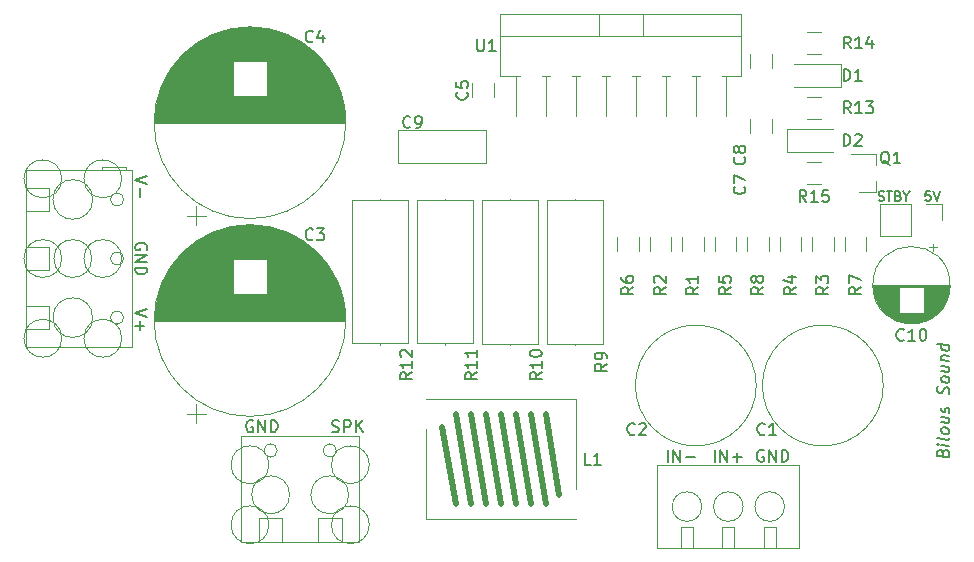
<source format=gbr>
%TF.GenerationSoftware,KiCad,Pcbnew,(5.1.6-0)*%
%TF.CreationDate,2023-05-09T22:05:27-07:00*%
%TF.ProjectId,LM1876x2_bal,4c4d3138-3736-4783-925f-62616c2e6b69,rev?*%
%TF.SameCoordinates,Original*%
%TF.FileFunction,Legend,Top*%
%TF.FilePolarity,Positive*%
%FSLAX46Y46*%
G04 Gerber Fmt 4.6, Leading zero omitted, Abs format (unit mm)*
G04 Created by KiCad (PCBNEW (5.1.6-0)) date 2023-05-09 22:05:27*
%MOMM*%
%LPD*%
G01*
G04 APERTURE LIST*
%ADD10C,0.150000*%
%ADD11C,0.120000*%
%ADD12C,0.500000*%
G04 APERTURE END LIST*
D10*
X155097619Y-69311904D02*
X154716666Y-69311904D01*
X154678571Y-69692857D01*
X154716666Y-69654761D01*
X154792857Y-69616666D01*
X154983333Y-69616666D01*
X155059523Y-69654761D01*
X155097619Y-69692857D01*
X155135714Y-69769047D01*
X155135714Y-69959523D01*
X155097619Y-70035714D01*
X155059523Y-70073809D01*
X154983333Y-70111904D01*
X154792857Y-70111904D01*
X154716666Y-70073809D01*
X154678571Y-70035714D01*
X155364285Y-69311904D02*
X155630952Y-70111904D01*
X155897619Y-69311904D01*
X156178571Y-91439270D02*
X156226190Y-91302366D01*
X156273809Y-91260699D01*
X156369047Y-91224985D01*
X156511904Y-91242842D01*
X156607142Y-91302366D01*
X156654761Y-91355937D01*
X156702380Y-91457127D01*
X156702380Y-91838080D01*
X155702380Y-91713080D01*
X155702380Y-91379747D01*
X155750000Y-91290461D01*
X155797619Y-91248794D01*
X155892857Y-91213080D01*
X155988095Y-91224985D01*
X156083333Y-91284508D01*
X156130952Y-91338080D01*
X156178571Y-91439270D01*
X156178571Y-91772604D01*
X156702380Y-90838080D02*
X156035714Y-90754747D01*
X155702380Y-90713080D02*
X155750000Y-90766651D01*
X155797619Y-90724985D01*
X155750000Y-90671413D01*
X155702380Y-90713080D01*
X155797619Y-90724985D01*
X156702380Y-90219032D02*
X156654761Y-90308318D01*
X156559523Y-90344032D01*
X155702380Y-90236889D01*
X156702380Y-89695223D02*
X156654761Y-89784508D01*
X156607142Y-89826175D01*
X156511904Y-89861889D01*
X156226190Y-89826175D01*
X156130952Y-89766651D01*
X156083333Y-89713080D01*
X156035714Y-89611889D01*
X156035714Y-89469032D01*
X156083333Y-89379747D01*
X156130952Y-89338080D01*
X156226190Y-89302366D01*
X156511904Y-89338080D01*
X156607142Y-89397604D01*
X156654761Y-89451175D01*
X156702380Y-89552366D01*
X156702380Y-89695223D01*
X156035714Y-88421413D02*
X156702380Y-88504747D01*
X156035714Y-88849985D02*
X156559523Y-88915461D01*
X156654761Y-88879747D01*
X156702380Y-88790461D01*
X156702380Y-88647604D01*
X156654761Y-88546413D01*
X156607142Y-88492842D01*
X156654761Y-88070223D02*
X156702380Y-87980937D01*
X156702380Y-87790461D01*
X156654761Y-87689270D01*
X156559523Y-87629747D01*
X156511904Y-87623794D01*
X156416666Y-87659508D01*
X156369047Y-87748794D01*
X156369047Y-87891651D01*
X156321428Y-87980937D01*
X156226190Y-88016651D01*
X156178571Y-88010699D01*
X156083333Y-87951175D01*
X156035714Y-87849985D01*
X156035714Y-87707127D01*
X156083333Y-87617842D01*
X156654761Y-86498794D02*
X156702380Y-86361889D01*
X156702380Y-86123794D01*
X156654761Y-86022604D01*
X156607142Y-85969032D01*
X156511904Y-85909508D01*
X156416666Y-85897604D01*
X156321428Y-85933318D01*
X156273809Y-85974985D01*
X156226190Y-86064270D01*
X156178571Y-86248794D01*
X156130952Y-86338080D01*
X156083333Y-86379747D01*
X155988095Y-86415461D01*
X155892857Y-86403556D01*
X155797619Y-86344032D01*
X155750000Y-86290461D01*
X155702380Y-86189270D01*
X155702380Y-85951175D01*
X155750000Y-85814270D01*
X156702380Y-85361889D02*
X156654761Y-85451175D01*
X156607142Y-85492842D01*
X156511904Y-85528556D01*
X156226190Y-85492842D01*
X156130952Y-85433318D01*
X156083333Y-85379747D01*
X156035714Y-85278556D01*
X156035714Y-85135699D01*
X156083333Y-85046413D01*
X156130952Y-85004747D01*
X156226190Y-84969032D01*
X156511904Y-85004747D01*
X156607142Y-85064270D01*
X156654761Y-85117842D01*
X156702380Y-85219032D01*
X156702380Y-85361889D01*
X156035714Y-84088080D02*
X156702380Y-84171413D01*
X156035714Y-84516651D02*
X156559523Y-84582127D01*
X156654761Y-84546413D01*
X156702380Y-84457127D01*
X156702380Y-84314270D01*
X156654761Y-84213080D01*
X156607142Y-84159508D01*
X156035714Y-83611889D02*
X156702380Y-83695223D01*
X156130952Y-83623794D02*
X156083333Y-83570223D01*
X156035714Y-83469032D01*
X156035714Y-83326175D01*
X156083333Y-83236889D01*
X156178571Y-83201175D01*
X156702380Y-83266651D01*
X156702380Y-82361889D02*
X155702380Y-82236889D01*
X156654761Y-82355937D02*
X156702380Y-82457127D01*
X156702380Y-82647604D01*
X156654761Y-82736889D01*
X156607142Y-82778556D01*
X156511904Y-82814270D01*
X156226190Y-82778556D01*
X156130952Y-82719032D01*
X156083333Y-82665461D01*
X156035714Y-82564270D01*
X156035714Y-82373794D01*
X156083333Y-82284508D01*
X88797619Y-79297619D02*
X87797619Y-79630952D01*
X88797619Y-79964285D01*
X88178571Y-80297619D02*
X88178571Y-81059523D01*
X87797619Y-80678571D02*
X88559523Y-80678571D01*
X88750000Y-74238095D02*
X88797619Y-74142857D01*
X88797619Y-74000000D01*
X88750000Y-73857142D01*
X88654761Y-73761904D01*
X88559523Y-73714285D01*
X88369047Y-73666666D01*
X88226190Y-73666666D01*
X88035714Y-73714285D01*
X87940476Y-73761904D01*
X87845238Y-73857142D01*
X87797619Y-74000000D01*
X87797619Y-74095238D01*
X87845238Y-74238095D01*
X87892857Y-74285714D01*
X88226190Y-74285714D01*
X88226190Y-74095238D01*
X87797619Y-74714285D02*
X88797619Y-74714285D01*
X87797619Y-75285714D01*
X88797619Y-75285714D01*
X87797619Y-75761904D02*
X88797619Y-75761904D01*
X88797619Y-76000000D01*
X88750000Y-76142857D01*
X88654761Y-76238095D01*
X88559523Y-76285714D01*
X88369047Y-76333333D01*
X88226190Y-76333333D01*
X88035714Y-76285714D01*
X87940476Y-76238095D01*
X87845238Y-76142857D01*
X87797619Y-76000000D01*
X87797619Y-75761904D01*
X88797619Y-68047619D02*
X87797619Y-68380952D01*
X88797619Y-68714285D01*
X88178571Y-69047619D02*
X88178571Y-69809523D01*
X97738095Y-88750000D02*
X97642857Y-88702380D01*
X97500000Y-88702380D01*
X97357142Y-88750000D01*
X97261904Y-88845238D01*
X97214285Y-88940476D01*
X97166666Y-89130952D01*
X97166666Y-89273809D01*
X97214285Y-89464285D01*
X97261904Y-89559523D01*
X97357142Y-89654761D01*
X97500000Y-89702380D01*
X97595238Y-89702380D01*
X97738095Y-89654761D01*
X97785714Y-89607142D01*
X97785714Y-89273809D01*
X97595238Y-89273809D01*
X98214285Y-89702380D02*
X98214285Y-88702380D01*
X98785714Y-89702380D01*
X98785714Y-88702380D01*
X99261904Y-89702380D02*
X99261904Y-88702380D01*
X99500000Y-88702380D01*
X99642857Y-88750000D01*
X99738095Y-88845238D01*
X99785714Y-88940476D01*
X99833333Y-89130952D01*
X99833333Y-89273809D01*
X99785714Y-89464285D01*
X99738095Y-89559523D01*
X99642857Y-89654761D01*
X99500000Y-89702380D01*
X99261904Y-89702380D01*
X104464285Y-89654761D02*
X104607142Y-89702380D01*
X104845238Y-89702380D01*
X104940476Y-89654761D01*
X104988095Y-89607142D01*
X105035714Y-89511904D01*
X105035714Y-89416666D01*
X104988095Y-89321428D01*
X104940476Y-89273809D01*
X104845238Y-89226190D01*
X104654761Y-89178571D01*
X104559523Y-89130952D01*
X104511904Y-89083333D01*
X104464285Y-88988095D01*
X104464285Y-88892857D01*
X104511904Y-88797619D01*
X104559523Y-88750000D01*
X104654761Y-88702380D01*
X104892857Y-88702380D01*
X105035714Y-88750000D01*
X105464285Y-89702380D02*
X105464285Y-88702380D01*
X105845238Y-88702380D01*
X105940476Y-88750000D01*
X105988095Y-88797619D01*
X106035714Y-88892857D01*
X106035714Y-89035714D01*
X105988095Y-89130952D01*
X105940476Y-89178571D01*
X105845238Y-89226190D01*
X105464285Y-89226190D01*
X106464285Y-89702380D02*
X106464285Y-88702380D01*
X107035714Y-89702380D02*
X106607142Y-89130952D01*
X107035714Y-88702380D02*
X106464285Y-89273809D01*
X140988095Y-91250000D02*
X140892857Y-91202380D01*
X140750000Y-91202380D01*
X140607142Y-91250000D01*
X140511904Y-91345238D01*
X140464285Y-91440476D01*
X140416666Y-91630952D01*
X140416666Y-91773809D01*
X140464285Y-91964285D01*
X140511904Y-92059523D01*
X140607142Y-92154761D01*
X140750000Y-92202380D01*
X140845238Y-92202380D01*
X140988095Y-92154761D01*
X141035714Y-92107142D01*
X141035714Y-91773809D01*
X140845238Y-91773809D01*
X141464285Y-92202380D02*
X141464285Y-91202380D01*
X142035714Y-92202380D01*
X142035714Y-91202380D01*
X142511904Y-92202380D02*
X142511904Y-91202380D01*
X142750000Y-91202380D01*
X142892857Y-91250000D01*
X142988095Y-91345238D01*
X143035714Y-91440476D01*
X143083333Y-91630952D01*
X143083333Y-91773809D01*
X143035714Y-91964285D01*
X142988095Y-92059523D01*
X142892857Y-92154761D01*
X142750000Y-92202380D01*
X142511904Y-92202380D01*
X136857142Y-92202380D02*
X136857142Y-91202380D01*
X137333333Y-92202380D02*
X137333333Y-91202380D01*
X137904761Y-92202380D01*
X137904761Y-91202380D01*
X138380952Y-91821428D02*
X139142857Y-91821428D01*
X138761904Y-92202380D02*
X138761904Y-91440476D01*
X132857142Y-92202380D02*
X132857142Y-91202380D01*
X133333333Y-92202380D02*
X133333333Y-91202380D01*
X133904761Y-92202380D01*
X133904761Y-91202380D01*
X134380952Y-91821428D02*
X135142857Y-91821428D01*
X150723809Y-70073809D02*
X150838095Y-70111904D01*
X151028571Y-70111904D01*
X151104761Y-70073809D01*
X151142857Y-70035714D01*
X151180952Y-69959523D01*
X151180952Y-69883333D01*
X151142857Y-69807142D01*
X151104761Y-69769047D01*
X151028571Y-69730952D01*
X150876190Y-69692857D01*
X150800000Y-69654761D01*
X150761904Y-69616666D01*
X150723809Y-69540476D01*
X150723809Y-69464285D01*
X150761904Y-69388095D01*
X150800000Y-69350000D01*
X150876190Y-69311904D01*
X151066666Y-69311904D01*
X151180952Y-69350000D01*
X151409523Y-69311904D02*
X151866666Y-69311904D01*
X151638095Y-70111904D02*
X151638095Y-69311904D01*
X152400000Y-69692857D02*
X152514285Y-69730952D01*
X152552380Y-69769047D01*
X152590476Y-69845238D01*
X152590476Y-69959523D01*
X152552380Y-70035714D01*
X152514285Y-70073809D01*
X152438095Y-70111904D01*
X152133333Y-70111904D01*
X152133333Y-69311904D01*
X152400000Y-69311904D01*
X152476190Y-69350000D01*
X152514285Y-69388095D01*
X152552380Y-69464285D01*
X152552380Y-69540476D01*
X152514285Y-69616666D01*
X152476190Y-69654761D01*
X152400000Y-69692857D01*
X152133333Y-69692857D01*
X153085714Y-69730952D02*
X153085714Y-70111904D01*
X152819047Y-69311904D02*
X153085714Y-69730952D01*
X153352380Y-69311904D01*
D11*
%TO.C,Q1*%
X150510000Y-69330000D02*
X149050000Y-69330000D01*
X150510000Y-66170000D02*
X148350000Y-66170000D01*
X150510000Y-66170000D02*
X150510000Y-67100000D01*
X150510000Y-69330000D02*
X150510000Y-68400000D01*
%TO.C,D2*%
X143000000Y-64000000D02*
X146900000Y-64000000D01*
X143000000Y-66000000D02*
X146900000Y-66000000D01*
X143000000Y-64000000D02*
X143000000Y-66000000D01*
%TO.C,R15*%
X145852064Y-66840000D02*
X144647936Y-66840000D01*
X145852064Y-68660000D02*
X144647936Y-68660000D01*
%TO.C,R14*%
X144647936Y-57660000D02*
X145852064Y-57660000D01*
X144647936Y-55840000D02*
X145852064Y-55840000D01*
%TO.C,R13*%
X145852064Y-61340000D02*
X144647936Y-61340000D01*
X145852064Y-63160000D02*
X144647936Y-63160000D01*
%TO.C,J9*%
X156080000Y-70420000D02*
X156080000Y-71750000D01*
X154750000Y-70420000D02*
X156080000Y-70420000D01*
X153480000Y-70420000D02*
X153480000Y-73080000D01*
X153480000Y-73080000D02*
X150880000Y-73080000D01*
X153480000Y-70420000D02*
X150880000Y-70420000D01*
X150880000Y-70420000D02*
X150880000Y-73080000D01*
%TO.C,D1*%
X147500000Y-60500000D02*
X143600000Y-60500000D01*
X147500000Y-58500000D02*
X143600000Y-58500000D01*
X147500000Y-60500000D02*
X147500000Y-58500000D01*
%TO.C,C10*%
X155654000Y-74064759D02*
X155024000Y-74064759D01*
X155339000Y-73749759D02*
X155339000Y-74379759D01*
X153902000Y-80491000D02*
X153098000Y-80491000D01*
X154133000Y-80451000D02*
X152867000Y-80451000D01*
X154302000Y-80411000D02*
X152698000Y-80411000D01*
X154440000Y-80371000D02*
X152560000Y-80371000D01*
X154559000Y-80331000D02*
X152441000Y-80331000D01*
X154665000Y-80291000D02*
X152335000Y-80291000D01*
X154762000Y-80251000D02*
X152238000Y-80251000D01*
X154850000Y-80211000D02*
X152150000Y-80211000D01*
X154932000Y-80171000D02*
X152068000Y-80171000D01*
X155009000Y-80131000D02*
X151991000Y-80131000D01*
X155081000Y-80091000D02*
X151919000Y-80091000D01*
X155150000Y-80051000D02*
X151850000Y-80051000D01*
X155214000Y-80011000D02*
X151786000Y-80011000D01*
X155276000Y-79971000D02*
X151724000Y-79971000D01*
X155334000Y-79931000D02*
X151666000Y-79931000D01*
X155390000Y-79891000D02*
X151610000Y-79891000D01*
X155444000Y-79851000D02*
X151556000Y-79851000D01*
X155495000Y-79811000D02*
X151505000Y-79811000D01*
X155544000Y-79771000D02*
X151456000Y-79771000D01*
X155592000Y-79731000D02*
X151408000Y-79731000D01*
X155637000Y-79691000D02*
X151363000Y-79691000D01*
X155682000Y-79651000D02*
X151318000Y-79651000D01*
X155724000Y-79611000D02*
X151276000Y-79611000D01*
X155765000Y-79571000D02*
X151235000Y-79571000D01*
X152460000Y-79531000D02*
X151195000Y-79531000D01*
X155805000Y-79531000D02*
X154540000Y-79531000D01*
X152460000Y-79491000D02*
X151157000Y-79491000D01*
X155843000Y-79491000D02*
X154540000Y-79491000D01*
X152460000Y-79451000D02*
X151120000Y-79451000D01*
X155880000Y-79451000D02*
X154540000Y-79451000D01*
X152460000Y-79411000D02*
X151084000Y-79411000D01*
X155916000Y-79411000D02*
X154540000Y-79411000D01*
X152460000Y-79371000D02*
X151050000Y-79371000D01*
X155950000Y-79371000D02*
X154540000Y-79371000D01*
X152460000Y-79331000D02*
X151016000Y-79331000D01*
X155984000Y-79331000D02*
X154540000Y-79331000D01*
X152460000Y-79291000D02*
X150984000Y-79291000D01*
X156016000Y-79291000D02*
X154540000Y-79291000D01*
X152460000Y-79251000D02*
X150952000Y-79251000D01*
X156048000Y-79251000D02*
X154540000Y-79251000D01*
X152460000Y-79211000D02*
X150922000Y-79211000D01*
X156078000Y-79211000D02*
X154540000Y-79211000D01*
X152460000Y-79171000D02*
X150893000Y-79171000D01*
X156107000Y-79171000D02*
X154540000Y-79171000D01*
X152460000Y-79131000D02*
X150864000Y-79131000D01*
X156136000Y-79131000D02*
X154540000Y-79131000D01*
X152460000Y-79091000D02*
X150836000Y-79091000D01*
X156164000Y-79091000D02*
X154540000Y-79091000D01*
X152460000Y-79051000D02*
X150810000Y-79051000D01*
X156190000Y-79051000D02*
X154540000Y-79051000D01*
X152460000Y-79011000D02*
X150784000Y-79011000D01*
X156216000Y-79011000D02*
X154540000Y-79011000D01*
X152460000Y-78971000D02*
X150758000Y-78971000D01*
X156242000Y-78971000D02*
X154540000Y-78971000D01*
X152460000Y-78931000D02*
X150734000Y-78931000D01*
X156266000Y-78931000D02*
X154540000Y-78931000D01*
X152460000Y-78891000D02*
X150710000Y-78891000D01*
X156290000Y-78891000D02*
X154540000Y-78891000D01*
X152460000Y-78851000D02*
X150688000Y-78851000D01*
X156312000Y-78851000D02*
X154540000Y-78851000D01*
X152460000Y-78811000D02*
X150666000Y-78811000D01*
X156334000Y-78811000D02*
X154540000Y-78811000D01*
X152460000Y-78771000D02*
X150644000Y-78771000D01*
X156356000Y-78771000D02*
X154540000Y-78771000D01*
X152460000Y-78731000D02*
X150624000Y-78731000D01*
X156376000Y-78731000D02*
X154540000Y-78731000D01*
X152460000Y-78691000D02*
X150604000Y-78691000D01*
X156396000Y-78691000D02*
X154540000Y-78691000D01*
X152460000Y-78651000D02*
X150584000Y-78651000D01*
X156416000Y-78651000D02*
X154540000Y-78651000D01*
X152460000Y-78611000D02*
X150566000Y-78611000D01*
X156434000Y-78611000D02*
X154540000Y-78611000D01*
X152460000Y-78571000D02*
X150548000Y-78571000D01*
X156452000Y-78571000D02*
X154540000Y-78571000D01*
X152460000Y-78531000D02*
X150530000Y-78531000D01*
X156470000Y-78531000D02*
X154540000Y-78531000D01*
X152460000Y-78491000D02*
X150514000Y-78491000D01*
X156486000Y-78491000D02*
X154540000Y-78491000D01*
X152460000Y-78451000D02*
X150498000Y-78451000D01*
X156502000Y-78451000D02*
X154540000Y-78451000D01*
X152460000Y-78411000D02*
X150482000Y-78411000D01*
X156518000Y-78411000D02*
X154540000Y-78411000D01*
X152460000Y-78371000D02*
X150467000Y-78371000D01*
X156533000Y-78371000D02*
X154540000Y-78371000D01*
X152460000Y-78331000D02*
X150453000Y-78331000D01*
X156547000Y-78331000D02*
X154540000Y-78331000D01*
X152460000Y-78291000D02*
X150439000Y-78291000D01*
X156561000Y-78291000D02*
X154540000Y-78291000D01*
X152460000Y-78251000D02*
X150426000Y-78251000D01*
X156574000Y-78251000D02*
X154540000Y-78251000D01*
X152460000Y-78211000D02*
X150414000Y-78211000D01*
X156586000Y-78211000D02*
X154540000Y-78211000D01*
X152460000Y-78171000D02*
X150402000Y-78171000D01*
X156598000Y-78171000D02*
X154540000Y-78171000D01*
X152460000Y-78131000D02*
X150390000Y-78131000D01*
X156610000Y-78131000D02*
X154540000Y-78131000D01*
X152460000Y-78091000D02*
X150379000Y-78091000D01*
X156621000Y-78091000D02*
X154540000Y-78091000D01*
X152460000Y-78051000D02*
X150369000Y-78051000D01*
X156631000Y-78051000D02*
X154540000Y-78051000D01*
X152460000Y-78011000D02*
X150359000Y-78011000D01*
X156641000Y-78011000D02*
X154540000Y-78011000D01*
X152460000Y-77971000D02*
X150350000Y-77971000D01*
X156650000Y-77971000D02*
X154540000Y-77971000D01*
X152460000Y-77930000D02*
X150341000Y-77930000D01*
X156659000Y-77930000D02*
X154540000Y-77930000D01*
X152460000Y-77890000D02*
X150333000Y-77890000D01*
X156667000Y-77890000D02*
X154540000Y-77890000D01*
X152460000Y-77850000D02*
X150325000Y-77850000D01*
X156675000Y-77850000D02*
X154540000Y-77850000D01*
X152460000Y-77810000D02*
X150318000Y-77810000D01*
X156682000Y-77810000D02*
X154540000Y-77810000D01*
X152460000Y-77770000D02*
X150311000Y-77770000D01*
X156689000Y-77770000D02*
X154540000Y-77770000D01*
X152460000Y-77730000D02*
X150305000Y-77730000D01*
X156695000Y-77730000D02*
X154540000Y-77730000D01*
X152460000Y-77690000D02*
X150299000Y-77690000D01*
X156701000Y-77690000D02*
X154540000Y-77690000D01*
X152460000Y-77650000D02*
X150294000Y-77650000D01*
X156706000Y-77650000D02*
X154540000Y-77650000D01*
X152460000Y-77610000D02*
X150289000Y-77610000D01*
X156711000Y-77610000D02*
X154540000Y-77610000D01*
X152460000Y-77570000D02*
X150285000Y-77570000D01*
X156715000Y-77570000D02*
X154540000Y-77570000D01*
X152460000Y-77530000D02*
X150282000Y-77530000D01*
X156718000Y-77530000D02*
X154540000Y-77530000D01*
X152460000Y-77490000D02*
X150278000Y-77490000D01*
X156722000Y-77490000D02*
X154540000Y-77490000D01*
X156724000Y-77450000D02*
X150276000Y-77450000D01*
X156727000Y-77410000D02*
X150273000Y-77410000D01*
X156728000Y-77370000D02*
X150272000Y-77370000D01*
X156730000Y-77330000D02*
X150270000Y-77330000D01*
X156730000Y-77290000D02*
X150270000Y-77290000D01*
X156730000Y-77250000D02*
X150270000Y-77250000D01*
X156770000Y-77250000D02*
G75*
G03*
X156770000Y-77250000I-3270000J0D01*
G01*
%TO.C,R4*%
X142340000Y-73147936D02*
X142340000Y-74352064D01*
X144160000Y-73147936D02*
X144160000Y-74352064D01*
%TO.C,J2*%
X105250000Y-97000000D02*
X105250000Y-99000000D01*
X103250000Y-97000000D02*
X105250000Y-97000000D01*
X103250000Y-97000000D02*
X103250000Y-99000000D01*
X100250000Y-97000000D02*
X100250000Y-99000000D01*
X98250000Y-97000000D02*
X100250000Y-97000000D01*
X98250000Y-99000000D02*
X98250000Y-97000000D01*
X104809017Y-91250000D02*
G75*
G03*
X104809017Y-91250000I-559017J0D01*
G01*
X99809017Y-91250000D02*
G75*
G03*
X99809017Y-91250000I-559017J0D01*
G01*
X100850781Y-95000000D02*
G75*
G03*
X100850781Y-95000000I-1600781J0D01*
G01*
X105850781Y-95000000D02*
G75*
G03*
X105850781Y-95000000I-1600781J0D01*
G01*
X96750000Y-99000000D02*
X96750000Y-90000000D01*
X106750000Y-99000000D02*
X96750000Y-99000000D01*
X106750000Y-90000000D02*
X106750000Y-99000000D01*
X96750000Y-90000000D02*
X106750000Y-90000000D01*
%TO.C,R9*%
X125000000Y-69950000D02*
X125000000Y-70060000D01*
X125000000Y-82310000D02*
X125000000Y-82200000D01*
X122630000Y-70060000D02*
X122630000Y-82200000D01*
X127370000Y-70060000D02*
X122630000Y-70060000D01*
X127370000Y-82200000D02*
X127370000Y-70060000D01*
X122630000Y-82200000D02*
X127370000Y-82200000D01*
%TO.C,U1*%
X137780000Y-59541000D02*
X137780000Y-62935000D01*
X135240000Y-59541000D02*
X135240000Y-62935000D01*
X132700000Y-59541000D02*
X132700000Y-62935000D01*
X130160000Y-59541000D02*
X130160000Y-62935000D01*
X127620000Y-59541000D02*
X127620000Y-62935000D01*
X125080000Y-59541000D02*
X125080000Y-62935000D01*
X122540000Y-59541000D02*
X122540000Y-62935000D01*
X120000000Y-59541000D02*
X120000000Y-62950000D01*
X130740000Y-54300000D02*
X130740000Y-56140000D01*
X127041000Y-54300000D02*
X127041000Y-56140000D01*
X118670000Y-56140000D02*
X139110000Y-56140000D01*
X139110000Y-54300000D02*
X139110000Y-59541000D01*
X118670000Y-54300000D02*
X118670000Y-59541000D01*
X137435000Y-59541000D02*
X139110000Y-59541000D01*
X134895000Y-59541000D02*
X135586000Y-59541000D01*
X132355000Y-59541000D02*
X133046000Y-59541000D01*
X129815000Y-59541000D02*
X130506000Y-59541000D01*
X127275000Y-59541000D02*
X127966000Y-59541000D01*
X124735000Y-59541000D02*
X125426000Y-59541000D01*
X122195000Y-59541000D02*
X122886000Y-59541000D01*
X118670000Y-59541000D02*
X120346000Y-59541000D01*
X118670000Y-54300000D02*
X139110000Y-54300000D01*
%TO.C,R12*%
X108500000Y-82300000D02*
X108500000Y-82190000D01*
X108500000Y-69940000D02*
X108500000Y-70050000D01*
X110870000Y-82190000D02*
X110870000Y-70050000D01*
X106130000Y-82190000D02*
X110870000Y-82190000D01*
X106130000Y-70050000D02*
X106130000Y-82190000D01*
X110870000Y-70050000D02*
X106130000Y-70050000D01*
%TO.C,R11*%
X114000000Y-82300000D02*
X114000000Y-82190000D01*
X114000000Y-69940000D02*
X114000000Y-70050000D01*
X116370000Y-82190000D02*
X116370000Y-70050000D01*
X111630000Y-82190000D02*
X116370000Y-82190000D01*
X111630000Y-70050000D02*
X111630000Y-82190000D01*
X116370000Y-70050000D02*
X111630000Y-70050000D01*
%TO.C,R10*%
X119500000Y-69950000D02*
X119500000Y-70060000D01*
X119500000Y-82310000D02*
X119500000Y-82200000D01*
X117130000Y-70060000D02*
X117130000Y-82200000D01*
X121870000Y-70060000D02*
X117130000Y-70060000D01*
X121870000Y-82200000D02*
X121870000Y-70060000D01*
X117130000Y-82200000D02*
X121870000Y-82200000D01*
%TO.C,R8*%
X141410000Y-74352064D02*
X141410000Y-73147936D01*
X139590000Y-74352064D02*
X139590000Y-73147936D01*
%TO.C,R7*%
X149660000Y-74352064D02*
X149660000Y-73147936D01*
X147840000Y-74352064D02*
X147840000Y-73147936D01*
%TO.C,R6*%
X130410000Y-74352064D02*
X130410000Y-73147936D01*
X128590000Y-74352064D02*
X128590000Y-73147936D01*
%TO.C,R5*%
X138660000Y-74352064D02*
X138660000Y-73147936D01*
X136840000Y-74352064D02*
X136840000Y-73147936D01*
%TO.C,R3*%
X145090000Y-73147936D02*
X145090000Y-74352064D01*
X146910000Y-73147936D02*
X146910000Y-74352064D01*
%TO.C,R2*%
X131340000Y-73147936D02*
X131340000Y-74352064D01*
X133160000Y-73147936D02*
X133160000Y-74352064D01*
%TO.C,R1*%
X134090000Y-73147936D02*
X134090000Y-74352064D01*
X135910000Y-73147936D02*
X135910000Y-74352064D01*
%TO.C,L1*%
X125100000Y-94540000D02*
X125100000Y-86920000D01*
X125100000Y-86920000D02*
X112400000Y-86920000D01*
X112400000Y-89460000D02*
X112400000Y-97080000D01*
X112400000Y-97080000D02*
X125100000Y-97080000D01*
D12*
X122560000Y-95810000D02*
X121290000Y-88190000D01*
X121290000Y-95810000D02*
X120020000Y-88190000D01*
X120020000Y-95810000D02*
X118750000Y-88190000D01*
X118750000Y-95810000D02*
X117480000Y-88190000D01*
X117480000Y-95810000D02*
X116210000Y-88190000D01*
X116210000Y-95810000D02*
X114940000Y-88190000D01*
X123700000Y-95000000D02*
X122560000Y-88190000D01*
X114940000Y-95810000D02*
X113750000Y-89250000D01*
D11*
%TO.C,J8*%
X81560000Y-81750000D02*
G75*
G03*
X81560000Y-81750000I-1600000J0D01*
G01*
X86640000Y-81750000D02*
G75*
G03*
X86640000Y-81750000I-1600000J0D01*
G01*
%TO.C,J7*%
X81560000Y-75000000D02*
G75*
G03*
X81560000Y-75000000I-1600000J0D01*
G01*
X86640000Y-75000000D02*
G75*
G03*
X86640000Y-75000000I-1600000J0D01*
G01*
%TO.C,J6*%
X81560000Y-68250000D02*
G75*
G03*
X81560000Y-68250000I-1600000J0D01*
G01*
X86640000Y-68250000D02*
G75*
G03*
X86640000Y-68250000I-1600000J0D01*
G01*
%TO.C,J5*%
X99100000Y-97540000D02*
G75*
G03*
X99100000Y-97540000I-1600000J0D01*
G01*
X99100000Y-92460000D02*
G75*
G03*
X99100000Y-92460000I-1600000J0D01*
G01*
%TO.C,J4*%
X107600000Y-97540000D02*
G75*
G03*
X107600000Y-97540000I-1600000J0D01*
G01*
X107600000Y-92460000D02*
G75*
G03*
X107600000Y-92460000I-1600000J0D01*
G01*
%TO.C,J3*%
X87500000Y-67500000D02*
X87500000Y-82500000D01*
X87500000Y-82500000D02*
X78500000Y-82500000D01*
X87500000Y-67500000D02*
X78500000Y-67500000D01*
X78500000Y-67500000D02*
X78500000Y-82500000D01*
X84177051Y-80000000D02*
G75*
G03*
X84177051Y-80000000I-1677051J0D01*
G01*
X84100781Y-75000000D02*
G75*
G03*
X84100781Y-75000000I-1600781J0D01*
G01*
X84177051Y-70000000D02*
G75*
G03*
X84177051Y-70000000I-1677051J0D01*
G01*
X86809017Y-70000000D02*
G75*
G03*
X86809017Y-70000000I-559017J0D01*
G01*
X86809017Y-75000000D02*
G75*
G03*
X86809017Y-75000000I-559017J0D01*
G01*
X86809017Y-80000000D02*
G75*
G03*
X86809017Y-80000000I-559017J0D01*
G01*
X80500000Y-79000000D02*
X80500000Y-81000000D01*
X80500000Y-81000000D02*
X78500000Y-81000000D01*
X80500000Y-79000000D02*
X78500000Y-79000000D01*
X80500000Y-74000000D02*
X80500000Y-76000000D01*
X80500000Y-69000000D02*
X80500000Y-71000000D01*
X80500000Y-74000000D02*
X78500000Y-74000000D01*
X80500000Y-76000000D02*
X78500000Y-76000000D01*
X80500000Y-71000000D02*
X78500000Y-71000000D01*
X80500000Y-69000000D02*
X78500000Y-69000000D01*
X87000000Y-67500000D02*
X87000000Y-67250000D01*
X87000000Y-67250000D02*
X85000000Y-67250000D01*
X85000000Y-67250000D02*
X85000000Y-67500000D01*
%TO.C,J1*%
X144000000Y-92500000D02*
X144000000Y-99500000D01*
X132000000Y-92500000D02*
X132000000Y-99500000D01*
X144000000Y-99500000D02*
X132000000Y-99500000D01*
X144000000Y-92500000D02*
X132000000Y-92500000D01*
X142750000Y-96000000D02*
G75*
G03*
X142750000Y-96000000I-1250000J0D01*
G01*
X139250000Y-96000000D02*
G75*
G03*
X139250000Y-96000000I-1250000J0D01*
G01*
X135750000Y-96000000D02*
G75*
G03*
X135750000Y-96000000I-1250000J0D01*
G01*
X134000000Y-97750000D02*
X135000000Y-97750000D01*
X135000000Y-97750000D02*
X135000000Y-99500000D01*
X134000000Y-97750000D02*
X134000000Y-99500000D01*
X137500000Y-99500000D02*
X137500000Y-97750000D01*
X137500000Y-97750000D02*
X138500000Y-97750000D01*
X138500000Y-97750000D02*
X138500000Y-99500000D01*
X141000000Y-99500000D02*
X141000000Y-97750000D01*
X141000000Y-97750000D02*
X142000000Y-97750000D01*
X142000000Y-97750000D02*
X142000000Y-99500000D01*
%TO.C,C9*%
X110030000Y-66870000D02*
X110030000Y-64130000D01*
X117470000Y-66870000D02*
X117470000Y-64130000D01*
X117470000Y-64130000D02*
X110030000Y-64130000D01*
X117470000Y-66870000D02*
X110030000Y-66870000D01*
%TO.C,C8*%
X139840000Y-57647936D02*
X139840000Y-58852064D01*
X141660000Y-57647936D02*
X141660000Y-58852064D01*
%TO.C,C7*%
X139840000Y-63147936D02*
X139840000Y-64352064D01*
X141660000Y-63147936D02*
X141660000Y-64352064D01*
%TO.C,C5*%
X116340000Y-60147936D02*
X116340000Y-61352064D01*
X118160000Y-60147936D02*
X118160000Y-61352064D01*
%TO.C,C4*%
X92145000Y-71389491D02*
X93745000Y-71389491D01*
X92945000Y-72189491D02*
X92945000Y-70589491D01*
X96735000Y-55419000D02*
X98265000Y-55419000D01*
X96402000Y-55459000D02*
X98598000Y-55459000D01*
X96149000Y-55499000D02*
X98851000Y-55499000D01*
X95936000Y-55539000D02*
X99064000Y-55539000D01*
X95748000Y-55579000D02*
X99252000Y-55579000D01*
X95580000Y-55619000D02*
X99420000Y-55619000D01*
X95426000Y-55659000D02*
X99574000Y-55659000D01*
X95282000Y-55699000D02*
X99718000Y-55699000D01*
X95149000Y-55739000D02*
X99851000Y-55739000D01*
X95022000Y-55779000D02*
X99978000Y-55779000D01*
X94903000Y-55819000D02*
X100097000Y-55819000D01*
X94789000Y-55859000D02*
X100211000Y-55859000D01*
X94680000Y-55899000D02*
X100320000Y-55899000D01*
X94576000Y-55939000D02*
X100424000Y-55939000D01*
X94476000Y-55979000D02*
X100524000Y-55979000D01*
X94380000Y-56019000D02*
X100620000Y-56019000D01*
X94287000Y-56059000D02*
X100713000Y-56059000D01*
X94197000Y-56099000D02*
X100803000Y-56099000D01*
X94110000Y-56139000D02*
X100890000Y-56139000D01*
X94025000Y-56179000D02*
X100975000Y-56179000D01*
X93943000Y-56219000D02*
X101057000Y-56219000D01*
X93863000Y-56259000D02*
X101137000Y-56259000D01*
X93785000Y-56299000D02*
X101215000Y-56299000D01*
X93710000Y-56339000D02*
X101290000Y-56339000D01*
X93636000Y-56379000D02*
X101364000Y-56379000D01*
X93564000Y-56419000D02*
X101436000Y-56419000D01*
X93493000Y-56459000D02*
X101507000Y-56459000D01*
X93424000Y-56499000D02*
X101576000Y-56499000D01*
X93357000Y-56539000D02*
X101643000Y-56539000D01*
X93291000Y-56579000D02*
X101709000Y-56579000D01*
X93227000Y-56619000D02*
X101773000Y-56619000D01*
X93164000Y-56659000D02*
X101836000Y-56659000D01*
X93102000Y-56699000D02*
X101898000Y-56699000D01*
X93041000Y-56739000D02*
X101959000Y-56739000D01*
X92981000Y-56779000D02*
X102019000Y-56779000D01*
X92923000Y-56819000D02*
X102077000Y-56819000D01*
X92866000Y-56859000D02*
X102134000Y-56859000D01*
X92809000Y-56899000D02*
X102191000Y-56899000D01*
X92754000Y-56939000D02*
X102246000Y-56939000D01*
X92700000Y-56979000D02*
X102300000Y-56979000D01*
X92646000Y-57019000D02*
X102354000Y-57019000D01*
X92594000Y-57059000D02*
X102406000Y-57059000D01*
X92542000Y-57099000D02*
X102458000Y-57099000D01*
X92491000Y-57139000D02*
X102509000Y-57139000D01*
X92441000Y-57179000D02*
X102559000Y-57179000D01*
X92392000Y-57219000D02*
X102608000Y-57219000D01*
X92344000Y-57259000D02*
X102656000Y-57259000D01*
X92296000Y-57299000D02*
X102704000Y-57299000D01*
X92249000Y-57339000D02*
X102751000Y-57339000D01*
X92203000Y-57379000D02*
X102797000Y-57379000D01*
X92157000Y-57419000D02*
X102843000Y-57419000D01*
X92112000Y-57459000D02*
X102888000Y-57459000D01*
X92068000Y-57499000D02*
X102932000Y-57499000D01*
X92025000Y-57539000D02*
X102975000Y-57539000D01*
X91982000Y-57579000D02*
X103018000Y-57579000D01*
X91940000Y-57619000D02*
X103060000Y-57619000D01*
X91898000Y-57659000D02*
X103102000Y-57659000D01*
X91857000Y-57699000D02*
X103143000Y-57699000D01*
X91816000Y-57739000D02*
X103184000Y-57739000D01*
X91776000Y-57779000D02*
X103224000Y-57779000D01*
X91737000Y-57819000D02*
X103263000Y-57819000D01*
X91698000Y-57859000D02*
X103302000Y-57859000D01*
X91660000Y-57899000D02*
X103340000Y-57899000D01*
X91622000Y-57939000D02*
X103378000Y-57939000D01*
X91584000Y-57979000D02*
X103416000Y-57979000D01*
X91548000Y-58019000D02*
X103452000Y-58019000D01*
X91511000Y-58059000D02*
X103489000Y-58059000D01*
X91475000Y-58099000D02*
X103525000Y-58099000D01*
X91440000Y-58139000D02*
X103560000Y-58139000D01*
X91405000Y-58179000D02*
X103595000Y-58179000D01*
X91371000Y-58219000D02*
X103629000Y-58219000D01*
X91337000Y-58259000D02*
X103663000Y-58259000D01*
X91303000Y-58299000D02*
X103697000Y-58299000D01*
X98940000Y-58339000D02*
X103730000Y-58339000D01*
X91270000Y-58339000D02*
X96060000Y-58339000D01*
X98940000Y-58379000D02*
X103763000Y-58379000D01*
X91237000Y-58379000D02*
X96060000Y-58379000D01*
X98940000Y-58419000D02*
X103795000Y-58419000D01*
X91205000Y-58419000D02*
X96060000Y-58419000D01*
X98940000Y-58459000D02*
X103827000Y-58459000D01*
X91173000Y-58459000D02*
X96060000Y-58459000D01*
X98940000Y-58499000D02*
X103858000Y-58499000D01*
X91142000Y-58499000D02*
X96060000Y-58499000D01*
X98940000Y-58539000D02*
X103890000Y-58539000D01*
X91110000Y-58539000D02*
X96060000Y-58539000D01*
X98940000Y-58579000D02*
X103920000Y-58579000D01*
X91080000Y-58579000D02*
X96060000Y-58579000D01*
X98940000Y-58619000D02*
X103950000Y-58619000D01*
X91050000Y-58619000D02*
X96060000Y-58619000D01*
X98940000Y-58659000D02*
X103980000Y-58659000D01*
X91020000Y-58659000D02*
X96060000Y-58659000D01*
X98940000Y-58699000D02*
X104010000Y-58699000D01*
X90990000Y-58699000D02*
X96060000Y-58699000D01*
X98940000Y-58739000D02*
X104039000Y-58739000D01*
X90961000Y-58739000D02*
X96060000Y-58739000D01*
X98940000Y-58779000D02*
X104068000Y-58779000D01*
X90932000Y-58779000D02*
X96060000Y-58779000D01*
X98940000Y-58819000D02*
X104096000Y-58819000D01*
X90904000Y-58819000D02*
X96060000Y-58819000D01*
X98940000Y-58859000D02*
X104124000Y-58859000D01*
X90876000Y-58859000D02*
X96060000Y-58859000D01*
X98940000Y-58899000D02*
X104152000Y-58899000D01*
X90848000Y-58899000D02*
X96060000Y-58899000D01*
X98940000Y-58939000D02*
X104179000Y-58939000D01*
X90821000Y-58939000D02*
X96060000Y-58939000D01*
X98940000Y-58979000D02*
X104206000Y-58979000D01*
X90794000Y-58979000D02*
X96060000Y-58979000D01*
X98940000Y-59019000D02*
X104233000Y-59019000D01*
X90767000Y-59019000D02*
X96060000Y-59019000D01*
X98940000Y-59059000D02*
X104259000Y-59059000D01*
X90741000Y-59059000D02*
X96060000Y-59059000D01*
X98940000Y-59099000D02*
X104285000Y-59099000D01*
X90715000Y-59099000D02*
X96060000Y-59099000D01*
X98940000Y-59139000D02*
X104311000Y-59139000D01*
X90689000Y-59139000D02*
X96060000Y-59139000D01*
X98940000Y-59179000D02*
X104336000Y-59179000D01*
X90664000Y-59179000D02*
X96060000Y-59179000D01*
X98940000Y-59219000D02*
X104361000Y-59219000D01*
X90639000Y-59219000D02*
X96060000Y-59219000D01*
X98940000Y-59259000D02*
X104386000Y-59259000D01*
X90614000Y-59259000D02*
X96060000Y-59259000D01*
X98940000Y-59299000D02*
X104410000Y-59299000D01*
X90590000Y-59299000D02*
X96060000Y-59299000D01*
X98940000Y-59339000D02*
X104434000Y-59339000D01*
X90566000Y-59339000D02*
X96060000Y-59339000D01*
X98940000Y-59379000D02*
X104458000Y-59379000D01*
X90542000Y-59379000D02*
X96060000Y-59379000D01*
X98940000Y-59419000D02*
X104481000Y-59419000D01*
X90519000Y-59419000D02*
X96060000Y-59419000D01*
X98940000Y-59459000D02*
X104504000Y-59459000D01*
X90496000Y-59459000D02*
X96060000Y-59459000D01*
X98940000Y-59499000D02*
X104527000Y-59499000D01*
X90473000Y-59499000D02*
X96060000Y-59499000D01*
X98940000Y-59539000D02*
X104549000Y-59539000D01*
X90451000Y-59539000D02*
X96060000Y-59539000D01*
X98940000Y-59579000D02*
X104572000Y-59579000D01*
X90428000Y-59579000D02*
X96060000Y-59579000D01*
X98940000Y-59619000D02*
X104594000Y-59619000D01*
X90406000Y-59619000D02*
X96060000Y-59619000D01*
X98940000Y-59659000D02*
X104615000Y-59659000D01*
X90385000Y-59659000D02*
X96060000Y-59659000D01*
X98940000Y-59699000D02*
X104636000Y-59699000D01*
X90364000Y-59699000D02*
X96060000Y-59699000D01*
X98940000Y-59739000D02*
X104657000Y-59739000D01*
X90343000Y-59739000D02*
X96060000Y-59739000D01*
X98940000Y-59779000D02*
X104678000Y-59779000D01*
X90322000Y-59779000D02*
X96060000Y-59779000D01*
X98940000Y-59819000D02*
X104699000Y-59819000D01*
X90301000Y-59819000D02*
X96060000Y-59819000D01*
X98940000Y-59859000D02*
X104719000Y-59859000D01*
X90281000Y-59859000D02*
X96060000Y-59859000D01*
X98940000Y-59899000D02*
X104739000Y-59899000D01*
X90261000Y-59899000D02*
X96060000Y-59899000D01*
X98940000Y-59939000D02*
X104758000Y-59939000D01*
X90242000Y-59939000D02*
X96060000Y-59939000D01*
X98940000Y-59979000D02*
X104778000Y-59979000D01*
X90222000Y-59979000D02*
X96060000Y-59979000D01*
X98940000Y-60019000D02*
X104797000Y-60019000D01*
X90203000Y-60019000D02*
X96060000Y-60019000D01*
X98940000Y-60059000D02*
X104816000Y-60059000D01*
X90184000Y-60059000D02*
X96060000Y-60059000D01*
X98940000Y-60099000D02*
X104834000Y-60099000D01*
X90166000Y-60099000D02*
X96060000Y-60099000D01*
X98940000Y-60139000D02*
X104853000Y-60139000D01*
X90147000Y-60139000D02*
X96060000Y-60139000D01*
X98940000Y-60179000D02*
X104871000Y-60179000D01*
X90129000Y-60179000D02*
X96060000Y-60179000D01*
X98940000Y-60219000D02*
X104889000Y-60219000D01*
X90111000Y-60219000D02*
X96060000Y-60219000D01*
X98940000Y-60259000D02*
X104906000Y-60259000D01*
X90094000Y-60259000D02*
X96060000Y-60259000D01*
X98940000Y-60299000D02*
X104923000Y-60299000D01*
X90077000Y-60299000D02*
X96060000Y-60299000D01*
X98940000Y-60339000D02*
X104940000Y-60339000D01*
X90060000Y-60339000D02*
X96060000Y-60339000D01*
X98940000Y-60379000D02*
X104957000Y-60379000D01*
X90043000Y-60379000D02*
X96060000Y-60379000D01*
X98940000Y-60419000D02*
X104974000Y-60419000D01*
X90026000Y-60419000D02*
X96060000Y-60419000D01*
X98940000Y-60459000D02*
X104990000Y-60459000D01*
X90010000Y-60459000D02*
X96060000Y-60459000D01*
X98940000Y-60499000D02*
X105006000Y-60499000D01*
X89994000Y-60499000D02*
X96060000Y-60499000D01*
X98940000Y-60539000D02*
X105022000Y-60539000D01*
X89978000Y-60539000D02*
X96060000Y-60539000D01*
X98940000Y-60579000D02*
X105037000Y-60579000D01*
X89963000Y-60579000D02*
X96060000Y-60579000D01*
X98940000Y-60619000D02*
X105053000Y-60619000D01*
X89947000Y-60619000D02*
X96060000Y-60619000D01*
X98940000Y-60659000D02*
X105068000Y-60659000D01*
X89932000Y-60659000D02*
X96060000Y-60659000D01*
X98940000Y-60699000D02*
X105082000Y-60699000D01*
X89918000Y-60699000D02*
X96060000Y-60699000D01*
X98940000Y-60739000D02*
X105097000Y-60739000D01*
X89903000Y-60739000D02*
X96060000Y-60739000D01*
X98940000Y-60779000D02*
X105111000Y-60779000D01*
X89889000Y-60779000D02*
X96060000Y-60779000D01*
X98940000Y-60819000D02*
X105125000Y-60819000D01*
X89875000Y-60819000D02*
X96060000Y-60819000D01*
X98940000Y-60859000D02*
X105139000Y-60859000D01*
X89861000Y-60859000D02*
X96060000Y-60859000D01*
X98940000Y-60899000D02*
X105153000Y-60899000D01*
X89847000Y-60899000D02*
X96060000Y-60899000D01*
X98940000Y-60939000D02*
X105166000Y-60939000D01*
X89834000Y-60939000D02*
X96060000Y-60939000D01*
X98940000Y-60979000D02*
X105180000Y-60979000D01*
X89820000Y-60979000D02*
X96060000Y-60979000D01*
X98940000Y-61019000D02*
X105193000Y-61019000D01*
X89807000Y-61019000D02*
X96060000Y-61019000D01*
X98940000Y-61059000D02*
X105205000Y-61059000D01*
X89795000Y-61059000D02*
X96060000Y-61059000D01*
X98940000Y-61099000D02*
X105218000Y-61099000D01*
X89782000Y-61099000D02*
X96060000Y-61099000D01*
X98940000Y-61139000D02*
X105230000Y-61139000D01*
X89770000Y-61139000D02*
X96060000Y-61139000D01*
X98940000Y-61179000D02*
X105242000Y-61179000D01*
X89758000Y-61179000D02*
X96060000Y-61179000D01*
X89746000Y-61219000D02*
X105254000Y-61219000D01*
X89735000Y-61259000D02*
X105265000Y-61259000D01*
X89723000Y-61299000D02*
X105277000Y-61299000D01*
X89712000Y-61339000D02*
X105288000Y-61339000D01*
X89701000Y-61379000D02*
X105299000Y-61379000D01*
X89690000Y-61419000D02*
X105310000Y-61419000D01*
X89680000Y-61459000D02*
X105320000Y-61459000D01*
X89670000Y-61499000D02*
X105330000Y-61499000D01*
X89660000Y-61539000D02*
X105340000Y-61539000D01*
X89650000Y-61579000D02*
X105350000Y-61579000D01*
X89640000Y-61619000D02*
X105360000Y-61619000D01*
X89631000Y-61659000D02*
X105369000Y-61659000D01*
X89622000Y-61699000D02*
X105378000Y-61699000D01*
X89613000Y-61739000D02*
X105387000Y-61739000D01*
X89604000Y-61779000D02*
X105396000Y-61779000D01*
X89595000Y-61819000D02*
X105405000Y-61819000D01*
X89587000Y-61859000D02*
X105413000Y-61859000D01*
X89579000Y-61899000D02*
X105421000Y-61899000D01*
X89571000Y-61939000D02*
X105429000Y-61939000D01*
X89563000Y-61979000D02*
X105437000Y-61979000D01*
X89556000Y-62019000D02*
X105444000Y-62019000D01*
X89548000Y-62059000D02*
X105452000Y-62059000D01*
X89541000Y-62099000D02*
X105459000Y-62099000D01*
X89534000Y-62139000D02*
X105466000Y-62139000D01*
X89528000Y-62179000D02*
X105472000Y-62179000D01*
X89521000Y-62219000D02*
X105479000Y-62219000D01*
X89515000Y-62259000D02*
X105485000Y-62259000D01*
X89509000Y-62299000D02*
X105491000Y-62299000D01*
X89503000Y-62339000D02*
X105497000Y-62339000D01*
X89497000Y-62379000D02*
X105503000Y-62379000D01*
X89492000Y-62419000D02*
X105508000Y-62419000D01*
X89486000Y-62459000D02*
X105514000Y-62459000D01*
X89481000Y-62499000D02*
X105519000Y-62499000D01*
X89476000Y-62539000D02*
X105524000Y-62539000D01*
X89472000Y-62579000D02*
X105528000Y-62579000D01*
X89467000Y-62619000D02*
X105533000Y-62619000D01*
X89463000Y-62659000D02*
X105537000Y-62659000D01*
X89459000Y-62699000D02*
X105541000Y-62699000D01*
X89455000Y-62739000D02*
X105545000Y-62739000D01*
X89451000Y-62779000D02*
X105549000Y-62779000D01*
X89448000Y-62820000D02*
X105552000Y-62820000D01*
X89445000Y-62860000D02*
X105555000Y-62860000D01*
X89442000Y-62900000D02*
X105558000Y-62900000D01*
X89439000Y-62940000D02*
X105561000Y-62940000D01*
X89436000Y-62980000D02*
X105564000Y-62980000D01*
X89434000Y-63020000D02*
X105566000Y-63020000D01*
X89431000Y-63060000D02*
X105569000Y-63060000D01*
X89429000Y-63100000D02*
X105571000Y-63100000D01*
X89427000Y-63140000D02*
X105573000Y-63140000D01*
X89426000Y-63180000D02*
X105574000Y-63180000D01*
X89424000Y-63220000D02*
X105576000Y-63220000D01*
X89423000Y-63260000D02*
X105577000Y-63260000D01*
X89422000Y-63300000D02*
X105578000Y-63300000D01*
X89421000Y-63340000D02*
X105579000Y-63340000D01*
X89420000Y-63380000D02*
X105580000Y-63380000D01*
X89420000Y-63420000D02*
X105580000Y-63420000D01*
X89420000Y-63460000D02*
X105580000Y-63460000D01*
X89419000Y-63500000D02*
X105581000Y-63500000D01*
X105620000Y-63500000D02*
G75*
G03*
X105620000Y-63500000I-8120000J0D01*
G01*
%TO.C,C3*%
X92145000Y-88139491D02*
X93745000Y-88139491D01*
X92945000Y-88939491D02*
X92945000Y-87339491D01*
X96735000Y-72169000D02*
X98265000Y-72169000D01*
X96402000Y-72209000D02*
X98598000Y-72209000D01*
X96149000Y-72249000D02*
X98851000Y-72249000D01*
X95936000Y-72289000D02*
X99064000Y-72289000D01*
X95748000Y-72329000D02*
X99252000Y-72329000D01*
X95580000Y-72369000D02*
X99420000Y-72369000D01*
X95426000Y-72409000D02*
X99574000Y-72409000D01*
X95282000Y-72449000D02*
X99718000Y-72449000D01*
X95149000Y-72489000D02*
X99851000Y-72489000D01*
X95022000Y-72529000D02*
X99978000Y-72529000D01*
X94903000Y-72569000D02*
X100097000Y-72569000D01*
X94789000Y-72609000D02*
X100211000Y-72609000D01*
X94680000Y-72649000D02*
X100320000Y-72649000D01*
X94576000Y-72689000D02*
X100424000Y-72689000D01*
X94476000Y-72729000D02*
X100524000Y-72729000D01*
X94380000Y-72769000D02*
X100620000Y-72769000D01*
X94287000Y-72809000D02*
X100713000Y-72809000D01*
X94197000Y-72849000D02*
X100803000Y-72849000D01*
X94110000Y-72889000D02*
X100890000Y-72889000D01*
X94025000Y-72929000D02*
X100975000Y-72929000D01*
X93943000Y-72969000D02*
X101057000Y-72969000D01*
X93863000Y-73009000D02*
X101137000Y-73009000D01*
X93785000Y-73049000D02*
X101215000Y-73049000D01*
X93710000Y-73089000D02*
X101290000Y-73089000D01*
X93636000Y-73129000D02*
X101364000Y-73129000D01*
X93564000Y-73169000D02*
X101436000Y-73169000D01*
X93493000Y-73209000D02*
X101507000Y-73209000D01*
X93424000Y-73249000D02*
X101576000Y-73249000D01*
X93357000Y-73289000D02*
X101643000Y-73289000D01*
X93291000Y-73329000D02*
X101709000Y-73329000D01*
X93227000Y-73369000D02*
X101773000Y-73369000D01*
X93164000Y-73409000D02*
X101836000Y-73409000D01*
X93102000Y-73449000D02*
X101898000Y-73449000D01*
X93041000Y-73489000D02*
X101959000Y-73489000D01*
X92981000Y-73529000D02*
X102019000Y-73529000D01*
X92923000Y-73569000D02*
X102077000Y-73569000D01*
X92866000Y-73609000D02*
X102134000Y-73609000D01*
X92809000Y-73649000D02*
X102191000Y-73649000D01*
X92754000Y-73689000D02*
X102246000Y-73689000D01*
X92700000Y-73729000D02*
X102300000Y-73729000D01*
X92646000Y-73769000D02*
X102354000Y-73769000D01*
X92594000Y-73809000D02*
X102406000Y-73809000D01*
X92542000Y-73849000D02*
X102458000Y-73849000D01*
X92491000Y-73889000D02*
X102509000Y-73889000D01*
X92441000Y-73929000D02*
X102559000Y-73929000D01*
X92392000Y-73969000D02*
X102608000Y-73969000D01*
X92344000Y-74009000D02*
X102656000Y-74009000D01*
X92296000Y-74049000D02*
X102704000Y-74049000D01*
X92249000Y-74089000D02*
X102751000Y-74089000D01*
X92203000Y-74129000D02*
X102797000Y-74129000D01*
X92157000Y-74169000D02*
X102843000Y-74169000D01*
X92112000Y-74209000D02*
X102888000Y-74209000D01*
X92068000Y-74249000D02*
X102932000Y-74249000D01*
X92025000Y-74289000D02*
X102975000Y-74289000D01*
X91982000Y-74329000D02*
X103018000Y-74329000D01*
X91940000Y-74369000D02*
X103060000Y-74369000D01*
X91898000Y-74409000D02*
X103102000Y-74409000D01*
X91857000Y-74449000D02*
X103143000Y-74449000D01*
X91816000Y-74489000D02*
X103184000Y-74489000D01*
X91776000Y-74529000D02*
X103224000Y-74529000D01*
X91737000Y-74569000D02*
X103263000Y-74569000D01*
X91698000Y-74609000D02*
X103302000Y-74609000D01*
X91660000Y-74649000D02*
X103340000Y-74649000D01*
X91622000Y-74689000D02*
X103378000Y-74689000D01*
X91584000Y-74729000D02*
X103416000Y-74729000D01*
X91548000Y-74769000D02*
X103452000Y-74769000D01*
X91511000Y-74809000D02*
X103489000Y-74809000D01*
X91475000Y-74849000D02*
X103525000Y-74849000D01*
X91440000Y-74889000D02*
X103560000Y-74889000D01*
X91405000Y-74929000D02*
X103595000Y-74929000D01*
X91371000Y-74969000D02*
X103629000Y-74969000D01*
X91337000Y-75009000D02*
X103663000Y-75009000D01*
X91303000Y-75049000D02*
X103697000Y-75049000D01*
X98940000Y-75089000D02*
X103730000Y-75089000D01*
X91270000Y-75089000D02*
X96060000Y-75089000D01*
X98940000Y-75129000D02*
X103763000Y-75129000D01*
X91237000Y-75129000D02*
X96060000Y-75129000D01*
X98940000Y-75169000D02*
X103795000Y-75169000D01*
X91205000Y-75169000D02*
X96060000Y-75169000D01*
X98940000Y-75209000D02*
X103827000Y-75209000D01*
X91173000Y-75209000D02*
X96060000Y-75209000D01*
X98940000Y-75249000D02*
X103858000Y-75249000D01*
X91142000Y-75249000D02*
X96060000Y-75249000D01*
X98940000Y-75289000D02*
X103890000Y-75289000D01*
X91110000Y-75289000D02*
X96060000Y-75289000D01*
X98940000Y-75329000D02*
X103920000Y-75329000D01*
X91080000Y-75329000D02*
X96060000Y-75329000D01*
X98940000Y-75369000D02*
X103950000Y-75369000D01*
X91050000Y-75369000D02*
X96060000Y-75369000D01*
X98940000Y-75409000D02*
X103980000Y-75409000D01*
X91020000Y-75409000D02*
X96060000Y-75409000D01*
X98940000Y-75449000D02*
X104010000Y-75449000D01*
X90990000Y-75449000D02*
X96060000Y-75449000D01*
X98940000Y-75489000D02*
X104039000Y-75489000D01*
X90961000Y-75489000D02*
X96060000Y-75489000D01*
X98940000Y-75529000D02*
X104068000Y-75529000D01*
X90932000Y-75529000D02*
X96060000Y-75529000D01*
X98940000Y-75569000D02*
X104096000Y-75569000D01*
X90904000Y-75569000D02*
X96060000Y-75569000D01*
X98940000Y-75609000D02*
X104124000Y-75609000D01*
X90876000Y-75609000D02*
X96060000Y-75609000D01*
X98940000Y-75649000D02*
X104152000Y-75649000D01*
X90848000Y-75649000D02*
X96060000Y-75649000D01*
X98940000Y-75689000D02*
X104179000Y-75689000D01*
X90821000Y-75689000D02*
X96060000Y-75689000D01*
X98940000Y-75729000D02*
X104206000Y-75729000D01*
X90794000Y-75729000D02*
X96060000Y-75729000D01*
X98940000Y-75769000D02*
X104233000Y-75769000D01*
X90767000Y-75769000D02*
X96060000Y-75769000D01*
X98940000Y-75809000D02*
X104259000Y-75809000D01*
X90741000Y-75809000D02*
X96060000Y-75809000D01*
X98940000Y-75849000D02*
X104285000Y-75849000D01*
X90715000Y-75849000D02*
X96060000Y-75849000D01*
X98940000Y-75889000D02*
X104311000Y-75889000D01*
X90689000Y-75889000D02*
X96060000Y-75889000D01*
X98940000Y-75929000D02*
X104336000Y-75929000D01*
X90664000Y-75929000D02*
X96060000Y-75929000D01*
X98940000Y-75969000D02*
X104361000Y-75969000D01*
X90639000Y-75969000D02*
X96060000Y-75969000D01*
X98940000Y-76009000D02*
X104386000Y-76009000D01*
X90614000Y-76009000D02*
X96060000Y-76009000D01*
X98940000Y-76049000D02*
X104410000Y-76049000D01*
X90590000Y-76049000D02*
X96060000Y-76049000D01*
X98940000Y-76089000D02*
X104434000Y-76089000D01*
X90566000Y-76089000D02*
X96060000Y-76089000D01*
X98940000Y-76129000D02*
X104458000Y-76129000D01*
X90542000Y-76129000D02*
X96060000Y-76129000D01*
X98940000Y-76169000D02*
X104481000Y-76169000D01*
X90519000Y-76169000D02*
X96060000Y-76169000D01*
X98940000Y-76209000D02*
X104504000Y-76209000D01*
X90496000Y-76209000D02*
X96060000Y-76209000D01*
X98940000Y-76249000D02*
X104527000Y-76249000D01*
X90473000Y-76249000D02*
X96060000Y-76249000D01*
X98940000Y-76289000D02*
X104549000Y-76289000D01*
X90451000Y-76289000D02*
X96060000Y-76289000D01*
X98940000Y-76329000D02*
X104572000Y-76329000D01*
X90428000Y-76329000D02*
X96060000Y-76329000D01*
X98940000Y-76369000D02*
X104594000Y-76369000D01*
X90406000Y-76369000D02*
X96060000Y-76369000D01*
X98940000Y-76409000D02*
X104615000Y-76409000D01*
X90385000Y-76409000D02*
X96060000Y-76409000D01*
X98940000Y-76449000D02*
X104636000Y-76449000D01*
X90364000Y-76449000D02*
X96060000Y-76449000D01*
X98940000Y-76489000D02*
X104657000Y-76489000D01*
X90343000Y-76489000D02*
X96060000Y-76489000D01*
X98940000Y-76529000D02*
X104678000Y-76529000D01*
X90322000Y-76529000D02*
X96060000Y-76529000D01*
X98940000Y-76569000D02*
X104699000Y-76569000D01*
X90301000Y-76569000D02*
X96060000Y-76569000D01*
X98940000Y-76609000D02*
X104719000Y-76609000D01*
X90281000Y-76609000D02*
X96060000Y-76609000D01*
X98940000Y-76649000D02*
X104739000Y-76649000D01*
X90261000Y-76649000D02*
X96060000Y-76649000D01*
X98940000Y-76689000D02*
X104758000Y-76689000D01*
X90242000Y-76689000D02*
X96060000Y-76689000D01*
X98940000Y-76729000D02*
X104778000Y-76729000D01*
X90222000Y-76729000D02*
X96060000Y-76729000D01*
X98940000Y-76769000D02*
X104797000Y-76769000D01*
X90203000Y-76769000D02*
X96060000Y-76769000D01*
X98940000Y-76809000D02*
X104816000Y-76809000D01*
X90184000Y-76809000D02*
X96060000Y-76809000D01*
X98940000Y-76849000D02*
X104834000Y-76849000D01*
X90166000Y-76849000D02*
X96060000Y-76849000D01*
X98940000Y-76889000D02*
X104853000Y-76889000D01*
X90147000Y-76889000D02*
X96060000Y-76889000D01*
X98940000Y-76929000D02*
X104871000Y-76929000D01*
X90129000Y-76929000D02*
X96060000Y-76929000D01*
X98940000Y-76969000D02*
X104889000Y-76969000D01*
X90111000Y-76969000D02*
X96060000Y-76969000D01*
X98940000Y-77009000D02*
X104906000Y-77009000D01*
X90094000Y-77009000D02*
X96060000Y-77009000D01*
X98940000Y-77049000D02*
X104923000Y-77049000D01*
X90077000Y-77049000D02*
X96060000Y-77049000D01*
X98940000Y-77089000D02*
X104940000Y-77089000D01*
X90060000Y-77089000D02*
X96060000Y-77089000D01*
X98940000Y-77129000D02*
X104957000Y-77129000D01*
X90043000Y-77129000D02*
X96060000Y-77129000D01*
X98940000Y-77169000D02*
X104974000Y-77169000D01*
X90026000Y-77169000D02*
X96060000Y-77169000D01*
X98940000Y-77209000D02*
X104990000Y-77209000D01*
X90010000Y-77209000D02*
X96060000Y-77209000D01*
X98940000Y-77249000D02*
X105006000Y-77249000D01*
X89994000Y-77249000D02*
X96060000Y-77249000D01*
X98940000Y-77289000D02*
X105022000Y-77289000D01*
X89978000Y-77289000D02*
X96060000Y-77289000D01*
X98940000Y-77329000D02*
X105037000Y-77329000D01*
X89963000Y-77329000D02*
X96060000Y-77329000D01*
X98940000Y-77369000D02*
X105053000Y-77369000D01*
X89947000Y-77369000D02*
X96060000Y-77369000D01*
X98940000Y-77409000D02*
X105068000Y-77409000D01*
X89932000Y-77409000D02*
X96060000Y-77409000D01*
X98940000Y-77449000D02*
X105082000Y-77449000D01*
X89918000Y-77449000D02*
X96060000Y-77449000D01*
X98940000Y-77489000D02*
X105097000Y-77489000D01*
X89903000Y-77489000D02*
X96060000Y-77489000D01*
X98940000Y-77529000D02*
X105111000Y-77529000D01*
X89889000Y-77529000D02*
X96060000Y-77529000D01*
X98940000Y-77569000D02*
X105125000Y-77569000D01*
X89875000Y-77569000D02*
X96060000Y-77569000D01*
X98940000Y-77609000D02*
X105139000Y-77609000D01*
X89861000Y-77609000D02*
X96060000Y-77609000D01*
X98940000Y-77649000D02*
X105153000Y-77649000D01*
X89847000Y-77649000D02*
X96060000Y-77649000D01*
X98940000Y-77689000D02*
X105166000Y-77689000D01*
X89834000Y-77689000D02*
X96060000Y-77689000D01*
X98940000Y-77729000D02*
X105180000Y-77729000D01*
X89820000Y-77729000D02*
X96060000Y-77729000D01*
X98940000Y-77769000D02*
X105193000Y-77769000D01*
X89807000Y-77769000D02*
X96060000Y-77769000D01*
X98940000Y-77809000D02*
X105205000Y-77809000D01*
X89795000Y-77809000D02*
X96060000Y-77809000D01*
X98940000Y-77849000D02*
X105218000Y-77849000D01*
X89782000Y-77849000D02*
X96060000Y-77849000D01*
X98940000Y-77889000D02*
X105230000Y-77889000D01*
X89770000Y-77889000D02*
X96060000Y-77889000D01*
X98940000Y-77929000D02*
X105242000Y-77929000D01*
X89758000Y-77929000D02*
X96060000Y-77929000D01*
X89746000Y-77969000D02*
X105254000Y-77969000D01*
X89735000Y-78009000D02*
X105265000Y-78009000D01*
X89723000Y-78049000D02*
X105277000Y-78049000D01*
X89712000Y-78089000D02*
X105288000Y-78089000D01*
X89701000Y-78129000D02*
X105299000Y-78129000D01*
X89690000Y-78169000D02*
X105310000Y-78169000D01*
X89680000Y-78209000D02*
X105320000Y-78209000D01*
X89670000Y-78249000D02*
X105330000Y-78249000D01*
X89660000Y-78289000D02*
X105340000Y-78289000D01*
X89650000Y-78329000D02*
X105350000Y-78329000D01*
X89640000Y-78369000D02*
X105360000Y-78369000D01*
X89631000Y-78409000D02*
X105369000Y-78409000D01*
X89622000Y-78449000D02*
X105378000Y-78449000D01*
X89613000Y-78489000D02*
X105387000Y-78489000D01*
X89604000Y-78529000D02*
X105396000Y-78529000D01*
X89595000Y-78569000D02*
X105405000Y-78569000D01*
X89587000Y-78609000D02*
X105413000Y-78609000D01*
X89579000Y-78649000D02*
X105421000Y-78649000D01*
X89571000Y-78689000D02*
X105429000Y-78689000D01*
X89563000Y-78729000D02*
X105437000Y-78729000D01*
X89556000Y-78769000D02*
X105444000Y-78769000D01*
X89548000Y-78809000D02*
X105452000Y-78809000D01*
X89541000Y-78849000D02*
X105459000Y-78849000D01*
X89534000Y-78889000D02*
X105466000Y-78889000D01*
X89528000Y-78929000D02*
X105472000Y-78929000D01*
X89521000Y-78969000D02*
X105479000Y-78969000D01*
X89515000Y-79009000D02*
X105485000Y-79009000D01*
X89509000Y-79049000D02*
X105491000Y-79049000D01*
X89503000Y-79089000D02*
X105497000Y-79089000D01*
X89497000Y-79129000D02*
X105503000Y-79129000D01*
X89492000Y-79169000D02*
X105508000Y-79169000D01*
X89486000Y-79209000D02*
X105514000Y-79209000D01*
X89481000Y-79249000D02*
X105519000Y-79249000D01*
X89476000Y-79289000D02*
X105524000Y-79289000D01*
X89472000Y-79329000D02*
X105528000Y-79329000D01*
X89467000Y-79369000D02*
X105533000Y-79369000D01*
X89463000Y-79409000D02*
X105537000Y-79409000D01*
X89459000Y-79449000D02*
X105541000Y-79449000D01*
X89455000Y-79489000D02*
X105545000Y-79489000D01*
X89451000Y-79529000D02*
X105549000Y-79529000D01*
X89448000Y-79570000D02*
X105552000Y-79570000D01*
X89445000Y-79610000D02*
X105555000Y-79610000D01*
X89442000Y-79650000D02*
X105558000Y-79650000D01*
X89439000Y-79690000D02*
X105561000Y-79690000D01*
X89436000Y-79730000D02*
X105564000Y-79730000D01*
X89434000Y-79770000D02*
X105566000Y-79770000D01*
X89431000Y-79810000D02*
X105569000Y-79810000D01*
X89429000Y-79850000D02*
X105571000Y-79850000D01*
X89427000Y-79890000D02*
X105573000Y-79890000D01*
X89426000Y-79930000D02*
X105574000Y-79930000D01*
X89424000Y-79970000D02*
X105576000Y-79970000D01*
X89423000Y-80010000D02*
X105577000Y-80010000D01*
X89422000Y-80050000D02*
X105578000Y-80050000D01*
X89421000Y-80090000D02*
X105579000Y-80090000D01*
X89420000Y-80130000D02*
X105580000Y-80130000D01*
X89420000Y-80170000D02*
X105580000Y-80170000D01*
X89420000Y-80210000D02*
X105580000Y-80210000D01*
X89419000Y-80250000D02*
X105581000Y-80250000D01*
X105620000Y-80250000D02*
G75*
G03*
X105620000Y-80250000I-8120000J0D01*
G01*
%TO.C,C2*%
X140370000Y-85750000D02*
G75*
G03*
X140370000Y-85750000I-5120000J0D01*
G01*
%TO.C,C1*%
X151120000Y-85750000D02*
G75*
G03*
X151120000Y-85750000I-5120000J0D01*
G01*
%TO.C,Q1*%
D10*
X151654761Y-67047619D02*
X151559523Y-67000000D01*
X151464285Y-66904761D01*
X151321428Y-66761904D01*
X151226190Y-66714285D01*
X151130952Y-66714285D01*
X151178571Y-66952380D02*
X151083333Y-66904761D01*
X150988095Y-66809523D01*
X150940476Y-66619047D01*
X150940476Y-66285714D01*
X150988095Y-66095238D01*
X151083333Y-66000000D01*
X151178571Y-65952380D01*
X151369047Y-65952380D01*
X151464285Y-66000000D01*
X151559523Y-66095238D01*
X151607142Y-66285714D01*
X151607142Y-66619047D01*
X151559523Y-66809523D01*
X151464285Y-66904761D01*
X151369047Y-66952380D01*
X151178571Y-66952380D01*
X152559523Y-66952380D02*
X151988095Y-66952380D01*
X152273809Y-66952380D02*
X152273809Y-65952380D01*
X152178571Y-66095238D01*
X152083333Y-66190476D01*
X151988095Y-66238095D01*
%TO.C,D2*%
X147761904Y-65452380D02*
X147761904Y-64452380D01*
X148000000Y-64452380D01*
X148142857Y-64500000D01*
X148238095Y-64595238D01*
X148285714Y-64690476D01*
X148333333Y-64880952D01*
X148333333Y-65023809D01*
X148285714Y-65214285D01*
X148238095Y-65309523D01*
X148142857Y-65404761D01*
X148000000Y-65452380D01*
X147761904Y-65452380D01*
X148714285Y-64547619D02*
X148761904Y-64500000D01*
X148857142Y-64452380D01*
X149095238Y-64452380D01*
X149190476Y-64500000D01*
X149238095Y-64547619D01*
X149285714Y-64642857D01*
X149285714Y-64738095D01*
X149238095Y-64880952D01*
X148666666Y-65452380D01*
X149285714Y-65452380D01*
%TO.C,R15*%
X144607142Y-70202380D02*
X144273809Y-69726190D01*
X144035714Y-70202380D02*
X144035714Y-69202380D01*
X144416666Y-69202380D01*
X144511904Y-69250000D01*
X144559523Y-69297619D01*
X144607142Y-69392857D01*
X144607142Y-69535714D01*
X144559523Y-69630952D01*
X144511904Y-69678571D01*
X144416666Y-69726190D01*
X144035714Y-69726190D01*
X145559523Y-70202380D02*
X144988095Y-70202380D01*
X145273809Y-70202380D02*
X145273809Y-69202380D01*
X145178571Y-69345238D01*
X145083333Y-69440476D01*
X144988095Y-69488095D01*
X146464285Y-69202380D02*
X145988095Y-69202380D01*
X145940476Y-69678571D01*
X145988095Y-69630952D01*
X146083333Y-69583333D01*
X146321428Y-69583333D01*
X146416666Y-69630952D01*
X146464285Y-69678571D01*
X146511904Y-69773809D01*
X146511904Y-70011904D01*
X146464285Y-70107142D01*
X146416666Y-70154761D01*
X146321428Y-70202380D01*
X146083333Y-70202380D01*
X145988095Y-70154761D01*
X145940476Y-70107142D01*
%TO.C,R14*%
X148357142Y-57202380D02*
X148023809Y-56726190D01*
X147785714Y-57202380D02*
X147785714Y-56202380D01*
X148166666Y-56202380D01*
X148261904Y-56250000D01*
X148309523Y-56297619D01*
X148357142Y-56392857D01*
X148357142Y-56535714D01*
X148309523Y-56630952D01*
X148261904Y-56678571D01*
X148166666Y-56726190D01*
X147785714Y-56726190D01*
X149309523Y-57202380D02*
X148738095Y-57202380D01*
X149023809Y-57202380D02*
X149023809Y-56202380D01*
X148928571Y-56345238D01*
X148833333Y-56440476D01*
X148738095Y-56488095D01*
X150166666Y-56535714D02*
X150166666Y-57202380D01*
X149928571Y-56154761D02*
X149690476Y-56869047D01*
X150309523Y-56869047D01*
%TO.C,R13*%
X148357142Y-62702380D02*
X148023809Y-62226190D01*
X147785714Y-62702380D02*
X147785714Y-61702380D01*
X148166666Y-61702380D01*
X148261904Y-61750000D01*
X148309523Y-61797619D01*
X148357142Y-61892857D01*
X148357142Y-62035714D01*
X148309523Y-62130952D01*
X148261904Y-62178571D01*
X148166666Y-62226190D01*
X147785714Y-62226190D01*
X149309523Y-62702380D02*
X148738095Y-62702380D01*
X149023809Y-62702380D02*
X149023809Y-61702380D01*
X148928571Y-61845238D01*
X148833333Y-61940476D01*
X148738095Y-61988095D01*
X149642857Y-61702380D02*
X150261904Y-61702380D01*
X149928571Y-62083333D01*
X150071428Y-62083333D01*
X150166666Y-62130952D01*
X150214285Y-62178571D01*
X150261904Y-62273809D01*
X150261904Y-62511904D01*
X150214285Y-62607142D01*
X150166666Y-62654761D01*
X150071428Y-62702380D01*
X149785714Y-62702380D01*
X149690476Y-62654761D01*
X149642857Y-62607142D01*
%TO.C,D1*%
X147761904Y-59952380D02*
X147761904Y-58952380D01*
X148000000Y-58952380D01*
X148142857Y-59000000D01*
X148238095Y-59095238D01*
X148285714Y-59190476D01*
X148333333Y-59380952D01*
X148333333Y-59523809D01*
X148285714Y-59714285D01*
X148238095Y-59809523D01*
X148142857Y-59904761D01*
X148000000Y-59952380D01*
X147761904Y-59952380D01*
X149285714Y-59952380D02*
X148714285Y-59952380D01*
X149000000Y-59952380D02*
X149000000Y-58952380D01*
X148904761Y-59095238D01*
X148809523Y-59190476D01*
X148714285Y-59238095D01*
%TO.C,C10*%
X152857142Y-81857142D02*
X152809523Y-81904761D01*
X152666666Y-81952380D01*
X152571428Y-81952380D01*
X152428571Y-81904761D01*
X152333333Y-81809523D01*
X152285714Y-81714285D01*
X152238095Y-81523809D01*
X152238095Y-81380952D01*
X152285714Y-81190476D01*
X152333333Y-81095238D01*
X152428571Y-81000000D01*
X152571428Y-80952380D01*
X152666666Y-80952380D01*
X152809523Y-81000000D01*
X152857142Y-81047619D01*
X153809523Y-81952380D02*
X153238095Y-81952380D01*
X153523809Y-81952380D02*
X153523809Y-80952380D01*
X153428571Y-81095238D01*
X153333333Y-81190476D01*
X153238095Y-81238095D01*
X154428571Y-80952380D02*
X154523809Y-80952380D01*
X154619047Y-81000000D01*
X154666666Y-81047619D01*
X154714285Y-81142857D01*
X154761904Y-81333333D01*
X154761904Y-81571428D01*
X154714285Y-81761904D01*
X154666666Y-81857142D01*
X154619047Y-81904761D01*
X154523809Y-81952380D01*
X154428571Y-81952380D01*
X154333333Y-81904761D01*
X154285714Y-81857142D01*
X154238095Y-81761904D01*
X154190476Y-81571428D01*
X154190476Y-81333333D01*
X154238095Y-81142857D01*
X154285714Y-81047619D01*
X154333333Y-81000000D01*
X154428571Y-80952380D01*
%TO.C,R4*%
X143702380Y-77416666D02*
X143226190Y-77750000D01*
X143702380Y-77988095D02*
X142702380Y-77988095D01*
X142702380Y-77607142D01*
X142750000Y-77511904D01*
X142797619Y-77464285D01*
X142892857Y-77416666D01*
X143035714Y-77416666D01*
X143130952Y-77464285D01*
X143178571Y-77511904D01*
X143226190Y-77607142D01*
X143226190Y-77988095D01*
X143035714Y-76559523D02*
X143702380Y-76559523D01*
X142654761Y-76797619D02*
X143369047Y-77035714D01*
X143369047Y-76416666D01*
%TO.C,R9*%
X127702380Y-83916666D02*
X127226190Y-84250000D01*
X127702380Y-84488095D02*
X126702380Y-84488095D01*
X126702380Y-84107142D01*
X126750000Y-84011904D01*
X126797619Y-83964285D01*
X126892857Y-83916666D01*
X127035714Y-83916666D01*
X127130952Y-83964285D01*
X127178571Y-84011904D01*
X127226190Y-84107142D01*
X127226190Y-84488095D01*
X127702380Y-83440476D02*
X127702380Y-83250000D01*
X127654761Y-83154761D01*
X127607142Y-83107142D01*
X127464285Y-83011904D01*
X127273809Y-82964285D01*
X126892857Y-82964285D01*
X126797619Y-83011904D01*
X126750000Y-83059523D01*
X126702380Y-83154761D01*
X126702380Y-83345238D01*
X126750000Y-83440476D01*
X126797619Y-83488095D01*
X126892857Y-83535714D01*
X127130952Y-83535714D01*
X127226190Y-83488095D01*
X127273809Y-83440476D01*
X127321428Y-83345238D01*
X127321428Y-83154761D01*
X127273809Y-83059523D01*
X127226190Y-83011904D01*
X127130952Y-82964285D01*
%TO.C,U1*%
X116738095Y-56452380D02*
X116738095Y-57261904D01*
X116785714Y-57357142D01*
X116833333Y-57404761D01*
X116928571Y-57452380D01*
X117119047Y-57452380D01*
X117214285Y-57404761D01*
X117261904Y-57357142D01*
X117309523Y-57261904D01*
X117309523Y-56452380D01*
X118309523Y-57452380D02*
X117738095Y-57452380D01*
X118023809Y-57452380D02*
X118023809Y-56452380D01*
X117928571Y-56595238D01*
X117833333Y-56690476D01*
X117738095Y-56738095D01*
%TO.C,R12*%
X111202380Y-84642857D02*
X110726190Y-84976190D01*
X111202380Y-85214285D02*
X110202380Y-85214285D01*
X110202380Y-84833333D01*
X110250000Y-84738095D01*
X110297619Y-84690476D01*
X110392857Y-84642857D01*
X110535714Y-84642857D01*
X110630952Y-84690476D01*
X110678571Y-84738095D01*
X110726190Y-84833333D01*
X110726190Y-85214285D01*
X111202380Y-83690476D02*
X111202380Y-84261904D01*
X111202380Y-83976190D02*
X110202380Y-83976190D01*
X110345238Y-84071428D01*
X110440476Y-84166666D01*
X110488095Y-84261904D01*
X110297619Y-83309523D02*
X110250000Y-83261904D01*
X110202380Y-83166666D01*
X110202380Y-82928571D01*
X110250000Y-82833333D01*
X110297619Y-82785714D01*
X110392857Y-82738095D01*
X110488095Y-82738095D01*
X110630952Y-82785714D01*
X111202380Y-83357142D01*
X111202380Y-82738095D01*
%TO.C,R11*%
X116702380Y-84642857D02*
X116226190Y-84976190D01*
X116702380Y-85214285D02*
X115702380Y-85214285D01*
X115702380Y-84833333D01*
X115750000Y-84738095D01*
X115797619Y-84690476D01*
X115892857Y-84642857D01*
X116035714Y-84642857D01*
X116130952Y-84690476D01*
X116178571Y-84738095D01*
X116226190Y-84833333D01*
X116226190Y-85214285D01*
X116702380Y-83690476D02*
X116702380Y-84261904D01*
X116702380Y-83976190D02*
X115702380Y-83976190D01*
X115845238Y-84071428D01*
X115940476Y-84166666D01*
X115988095Y-84261904D01*
X116702380Y-82738095D02*
X116702380Y-83309523D01*
X116702380Y-83023809D02*
X115702380Y-83023809D01*
X115845238Y-83119047D01*
X115940476Y-83214285D01*
X115988095Y-83309523D01*
%TO.C,R10*%
X122202380Y-84642857D02*
X121726190Y-84976190D01*
X122202380Y-85214285D02*
X121202380Y-85214285D01*
X121202380Y-84833333D01*
X121250000Y-84738095D01*
X121297619Y-84690476D01*
X121392857Y-84642857D01*
X121535714Y-84642857D01*
X121630952Y-84690476D01*
X121678571Y-84738095D01*
X121726190Y-84833333D01*
X121726190Y-85214285D01*
X122202380Y-83690476D02*
X122202380Y-84261904D01*
X122202380Y-83976190D02*
X121202380Y-83976190D01*
X121345238Y-84071428D01*
X121440476Y-84166666D01*
X121488095Y-84261904D01*
X121202380Y-83071428D02*
X121202380Y-82976190D01*
X121250000Y-82880952D01*
X121297619Y-82833333D01*
X121392857Y-82785714D01*
X121583333Y-82738095D01*
X121821428Y-82738095D01*
X122011904Y-82785714D01*
X122107142Y-82833333D01*
X122154761Y-82880952D01*
X122202380Y-82976190D01*
X122202380Y-83071428D01*
X122154761Y-83166666D01*
X122107142Y-83214285D01*
X122011904Y-83261904D01*
X121821428Y-83309523D01*
X121583333Y-83309523D01*
X121392857Y-83261904D01*
X121297619Y-83214285D01*
X121250000Y-83166666D01*
X121202380Y-83071428D01*
%TO.C,R8*%
X140952380Y-77416666D02*
X140476190Y-77750000D01*
X140952380Y-77988095D02*
X139952380Y-77988095D01*
X139952380Y-77607142D01*
X140000000Y-77511904D01*
X140047619Y-77464285D01*
X140142857Y-77416666D01*
X140285714Y-77416666D01*
X140380952Y-77464285D01*
X140428571Y-77511904D01*
X140476190Y-77607142D01*
X140476190Y-77988095D01*
X140380952Y-76845238D02*
X140333333Y-76940476D01*
X140285714Y-76988095D01*
X140190476Y-77035714D01*
X140142857Y-77035714D01*
X140047619Y-76988095D01*
X140000000Y-76940476D01*
X139952380Y-76845238D01*
X139952380Y-76654761D01*
X140000000Y-76559523D01*
X140047619Y-76511904D01*
X140142857Y-76464285D01*
X140190476Y-76464285D01*
X140285714Y-76511904D01*
X140333333Y-76559523D01*
X140380952Y-76654761D01*
X140380952Y-76845238D01*
X140428571Y-76940476D01*
X140476190Y-76988095D01*
X140571428Y-77035714D01*
X140761904Y-77035714D01*
X140857142Y-76988095D01*
X140904761Y-76940476D01*
X140952380Y-76845238D01*
X140952380Y-76654761D01*
X140904761Y-76559523D01*
X140857142Y-76511904D01*
X140761904Y-76464285D01*
X140571428Y-76464285D01*
X140476190Y-76511904D01*
X140428571Y-76559523D01*
X140380952Y-76654761D01*
%TO.C,R7*%
X149202380Y-77416666D02*
X148726190Y-77750000D01*
X149202380Y-77988095D02*
X148202380Y-77988095D01*
X148202380Y-77607142D01*
X148250000Y-77511904D01*
X148297619Y-77464285D01*
X148392857Y-77416666D01*
X148535714Y-77416666D01*
X148630952Y-77464285D01*
X148678571Y-77511904D01*
X148726190Y-77607142D01*
X148726190Y-77988095D01*
X148202380Y-77083333D02*
X148202380Y-76416666D01*
X149202380Y-76845238D01*
%TO.C,R6*%
X129952380Y-77416666D02*
X129476190Y-77750000D01*
X129952380Y-77988095D02*
X128952380Y-77988095D01*
X128952380Y-77607142D01*
X129000000Y-77511904D01*
X129047619Y-77464285D01*
X129142857Y-77416666D01*
X129285714Y-77416666D01*
X129380952Y-77464285D01*
X129428571Y-77511904D01*
X129476190Y-77607142D01*
X129476190Y-77988095D01*
X128952380Y-76559523D02*
X128952380Y-76750000D01*
X129000000Y-76845238D01*
X129047619Y-76892857D01*
X129190476Y-76988095D01*
X129380952Y-77035714D01*
X129761904Y-77035714D01*
X129857142Y-76988095D01*
X129904761Y-76940476D01*
X129952380Y-76845238D01*
X129952380Y-76654761D01*
X129904761Y-76559523D01*
X129857142Y-76511904D01*
X129761904Y-76464285D01*
X129523809Y-76464285D01*
X129428571Y-76511904D01*
X129380952Y-76559523D01*
X129333333Y-76654761D01*
X129333333Y-76845238D01*
X129380952Y-76940476D01*
X129428571Y-76988095D01*
X129523809Y-77035714D01*
%TO.C,R5*%
X138202380Y-77416666D02*
X137726190Y-77750000D01*
X138202380Y-77988095D02*
X137202380Y-77988095D01*
X137202380Y-77607142D01*
X137250000Y-77511904D01*
X137297619Y-77464285D01*
X137392857Y-77416666D01*
X137535714Y-77416666D01*
X137630952Y-77464285D01*
X137678571Y-77511904D01*
X137726190Y-77607142D01*
X137726190Y-77988095D01*
X137202380Y-76511904D02*
X137202380Y-76988095D01*
X137678571Y-77035714D01*
X137630952Y-76988095D01*
X137583333Y-76892857D01*
X137583333Y-76654761D01*
X137630952Y-76559523D01*
X137678571Y-76511904D01*
X137773809Y-76464285D01*
X138011904Y-76464285D01*
X138107142Y-76511904D01*
X138154761Y-76559523D01*
X138202380Y-76654761D01*
X138202380Y-76892857D01*
X138154761Y-76988095D01*
X138107142Y-77035714D01*
%TO.C,R3*%
X146452380Y-77416666D02*
X145976190Y-77750000D01*
X146452380Y-77988095D02*
X145452380Y-77988095D01*
X145452380Y-77607142D01*
X145500000Y-77511904D01*
X145547619Y-77464285D01*
X145642857Y-77416666D01*
X145785714Y-77416666D01*
X145880952Y-77464285D01*
X145928571Y-77511904D01*
X145976190Y-77607142D01*
X145976190Y-77988095D01*
X145452380Y-77083333D02*
X145452380Y-76464285D01*
X145833333Y-76797619D01*
X145833333Y-76654761D01*
X145880952Y-76559523D01*
X145928571Y-76511904D01*
X146023809Y-76464285D01*
X146261904Y-76464285D01*
X146357142Y-76511904D01*
X146404761Y-76559523D01*
X146452380Y-76654761D01*
X146452380Y-76940476D01*
X146404761Y-77035714D01*
X146357142Y-77083333D01*
%TO.C,R2*%
X132702380Y-77416666D02*
X132226190Y-77750000D01*
X132702380Y-77988095D02*
X131702380Y-77988095D01*
X131702380Y-77607142D01*
X131750000Y-77511904D01*
X131797619Y-77464285D01*
X131892857Y-77416666D01*
X132035714Y-77416666D01*
X132130952Y-77464285D01*
X132178571Y-77511904D01*
X132226190Y-77607142D01*
X132226190Y-77988095D01*
X131797619Y-77035714D02*
X131750000Y-76988095D01*
X131702380Y-76892857D01*
X131702380Y-76654761D01*
X131750000Y-76559523D01*
X131797619Y-76511904D01*
X131892857Y-76464285D01*
X131988095Y-76464285D01*
X132130952Y-76511904D01*
X132702380Y-77083333D01*
X132702380Y-76464285D01*
%TO.C,R1*%
X135452380Y-77416666D02*
X134976190Y-77750000D01*
X135452380Y-77988095D02*
X134452380Y-77988095D01*
X134452380Y-77607142D01*
X134500000Y-77511904D01*
X134547619Y-77464285D01*
X134642857Y-77416666D01*
X134785714Y-77416666D01*
X134880952Y-77464285D01*
X134928571Y-77511904D01*
X134976190Y-77607142D01*
X134976190Y-77988095D01*
X135452380Y-76464285D02*
X135452380Y-77035714D01*
X135452380Y-76750000D02*
X134452380Y-76750000D01*
X134595238Y-76845238D01*
X134690476Y-76940476D01*
X134738095Y-77035714D01*
%TO.C,L1*%
X126333333Y-92452380D02*
X125857142Y-92452380D01*
X125857142Y-91452380D01*
X127190476Y-92452380D02*
X126619047Y-92452380D01*
X126904761Y-92452380D02*
X126904761Y-91452380D01*
X126809523Y-91595238D01*
X126714285Y-91690476D01*
X126619047Y-91738095D01*
%TO.C,C9*%
X111083333Y-63857142D02*
X111035714Y-63904761D01*
X110892857Y-63952380D01*
X110797619Y-63952380D01*
X110654761Y-63904761D01*
X110559523Y-63809523D01*
X110511904Y-63714285D01*
X110464285Y-63523809D01*
X110464285Y-63380952D01*
X110511904Y-63190476D01*
X110559523Y-63095238D01*
X110654761Y-63000000D01*
X110797619Y-62952380D01*
X110892857Y-62952380D01*
X111035714Y-63000000D01*
X111083333Y-63047619D01*
X111559523Y-63952380D02*
X111750000Y-63952380D01*
X111845238Y-63904761D01*
X111892857Y-63857142D01*
X111988095Y-63714285D01*
X112035714Y-63523809D01*
X112035714Y-63142857D01*
X111988095Y-63047619D01*
X111940476Y-63000000D01*
X111845238Y-62952380D01*
X111654761Y-62952380D01*
X111559523Y-63000000D01*
X111511904Y-63047619D01*
X111464285Y-63142857D01*
X111464285Y-63380952D01*
X111511904Y-63476190D01*
X111559523Y-63523809D01*
X111654761Y-63571428D01*
X111845238Y-63571428D01*
X111940476Y-63523809D01*
X111988095Y-63476190D01*
X112035714Y-63380952D01*
%TO.C,C8*%
X139357142Y-66416666D02*
X139404761Y-66464285D01*
X139452380Y-66607142D01*
X139452380Y-66702380D01*
X139404761Y-66845238D01*
X139309523Y-66940476D01*
X139214285Y-66988095D01*
X139023809Y-67035714D01*
X138880952Y-67035714D01*
X138690476Y-66988095D01*
X138595238Y-66940476D01*
X138500000Y-66845238D01*
X138452380Y-66702380D01*
X138452380Y-66607142D01*
X138500000Y-66464285D01*
X138547619Y-66416666D01*
X138880952Y-65845238D02*
X138833333Y-65940476D01*
X138785714Y-65988095D01*
X138690476Y-66035714D01*
X138642857Y-66035714D01*
X138547619Y-65988095D01*
X138500000Y-65940476D01*
X138452380Y-65845238D01*
X138452380Y-65654761D01*
X138500000Y-65559523D01*
X138547619Y-65511904D01*
X138642857Y-65464285D01*
X138690476Y-65464285D01*
X138785714Y-65511904D01*
X138833333Y-65559523D01*
X138880952Y-65654761D01*
X138880952Y-65845238D01*
X138928571Y-65940476D01*
X138976190Y-65988095D01*
X139071428Y-66035714D01*
X139261904Y-66035714D01*
X139357142Y-65988095D01*
X139404761Y-65940476D01*
X139452380Y-65845238D01*
X139452380Y-65654761D01*
X139404761Y-65559523D01*
X139357142Y-65511904D01*
X139261904Y-65464285D01*
X139071428Y-65464285D01*
X138976190Y-65511904D01*
X138928571Y-65559523D01*
X138880952Y-65654761D01*
%TO.C,C7*%
X139357142Y-68916666D02*
X139404761Y-68964285D01*
X139452380Y-69107142D01*
X139452380Y-69202380D01*
X139404761Y-69345238D01*
X139309523Y-69440476D01*
X139214285Y-69488095D01*
X139023809Y-69535714D01*
X138880952Y-69535714D01*
X138690476Y-69488095D01*
X138595238Y-69440476D01*
X138500000Y-69345238D01*
X138452380Y-69202380D01*
X138452380Y-69107142D01*
X138500000Y-68964285D01*
X138547619Y-68916666D01*
X138452380Y-68583333D02*
X138452380Y-67916666D01*
X139452380Y-68345238D01*
%TO.C,C5*%
X115857142Y-60916666D02*
X115904761Y-60964285D01*
X115952380Y-61107142D01*
X115952380Y-61202380D01*
X115904761Y-61345238D01*
X115809523Y-61440476D01*
X115714285Y-61488095D01*
X115523809Y-61535714D01*
X115380952Y-61535714D01*
X115190476Y-61488095D01*
X115095238Y-61440476D01*
X115000000Y-61345238D01*
X114952380Y-61202380D01*
X114952380Y-61107142D01*
X115000000Y-60964285D01*
X115047619Y-60916666D01*
X114952380Y-60011904D02*
X114952380Y-60488095D01*
X115428571Y-60535714D01*
X115380952Y-60488095D01*
X115333333Y-60392857D01*
X115333333Y-60154761D01*
X115380952Y-60059523D01*
X115428571Y-60011904D01*
X115523809Y-59964285D01*
X115761904Y-59964285D01*
X115857142Y-60011904D01*
X115904761Y-60059523D01*
X115952380Y-60154761D01*
X115952380Y-60392857D01*
X115904761Y-60488095D01*
X115857142Y-60535714D01*
%TO.C,C4*%
X102833333Y-56607142D02*
X102785714Y-56654761D01*
X102642857Y-56702380D01*
X102547619Y-56702380D01*
X102404761Y-56654761D01*
X102309523Y-56559523D01*
X102261904Y-56464285D01*
X102214285Y-56273809D01*
X102214285Y-56130952D01*
X102261904Y-55940476D01*
X102309523Y-55845238D01*
X102404761Y-55750000D01*
X102547619Y-55702380D01*
X102642857Y-55702380D01*
X102785714Y-55750000D01*
X102833333Y-55797619D01*
X103690476Y-56035714D02*
X103690476Y-56702380D01*
X103452380Y-55654761D02*
X103214285Y-56369047D01*
X103833333Y-56369047D01*
%TO.C,C3*%
X102833333Y-73357142D02*
X102785714Y-73404761D01*
X102642857Y-73452380D01*
X102547619Y-73452380D01*
X102404761Y-73404761D01*
X102309523Y-73309523D01*
X102261904Y-73214285D01*
X102214285Y-73023809D01*
X102214285Y-72880952D01*
X102261904Y-72690476D01*
X102309523Y-72595238D01*
X102404761Y-72500000D01*
X102547619Y-72452380D01*
X102642857Y-72452380D01*
X102785714Y-72500000D01*
X102833333Y-72547619D01*
X103166666Y-72452380D02*
X103785714Y-72452380D01*
X103452380Y-72833333D01*
X103595238Y-72833333D01*
X103690476Y-72880952D01*
X103738095Y-72928571D01*
X103785714Y-73023809D01*
X103785714Y-73261904D01*
X103738095Y-73357142D01*
X103690476Y-73404761D01*
X103595238Y-73452380D01*
X103309523Y-73452380D01*
X103214285Y-73404761D01*
X103166666Y-73357142D01*
%TO.C,C2*%
X130083333Y-89857142D02*
X130035714Y-89904761D01*
X129892857Y-89952380D01*
X129797619Y-89952380D01*
X129654761Y-89904761D01*
X129559523Y-89809523D01*
X129511904Y-89714285D01*
X129464285Y-89523809D01*
X129464285Y-89380952D01*
X129511904Y-89190476D01*
X129559523Y-89095238D01*
X129654761Y-89000000D01*
X129797619Y-88952380D01*
X129892857Y-88952380D01*
X130035714Y-89000000D01*
X130083333Y-89047619D01*
X130464285Y-89047619D02*
X130511904Y-89000000D01*
X130607142Y-88952380D01*
X130845238Y-88952380D01*
X130940476Y-89000000D01*
X130988095Y-89047619D01*
X131035714Y-89142857D01*
X131035714Y-89238095D01*
X130988095Y-89380952D01*
X130416666Y-89952380D01*
X131035714Y-89952380D01*
%TO.C,C1*%
X141083333Y-89857142D02*
X141035714Y-89904761D01*
X140892857Y-89952380D01*
X140797619Y-89952380D01*
X140654761Y-89904761D01*
X140559523Y-89809523D01*
X140511904Y-89714285D01*
X140464285Y-89523809D01*
X140464285Y-89380952D01*
X140511904Y-89190476D01*
X140559523Y-89095238D01*
X140654761Y-89000000D01*
X140797619Y-88952380D01*
X140892857Y-88952380D01*
X141035714Y-89000000D01*
X141083333Y-89047619D01*
X142035714Y-89952380D02*
X141464285Y-89952380D01*
X141750000Y-89952380D02*
X141750000Y-88952380D01*
X141654761Y-89095238D01*
X141559523Y-89190476D01*
X141464285Y-89238095D01*
%TD*%
M02*

</source>
